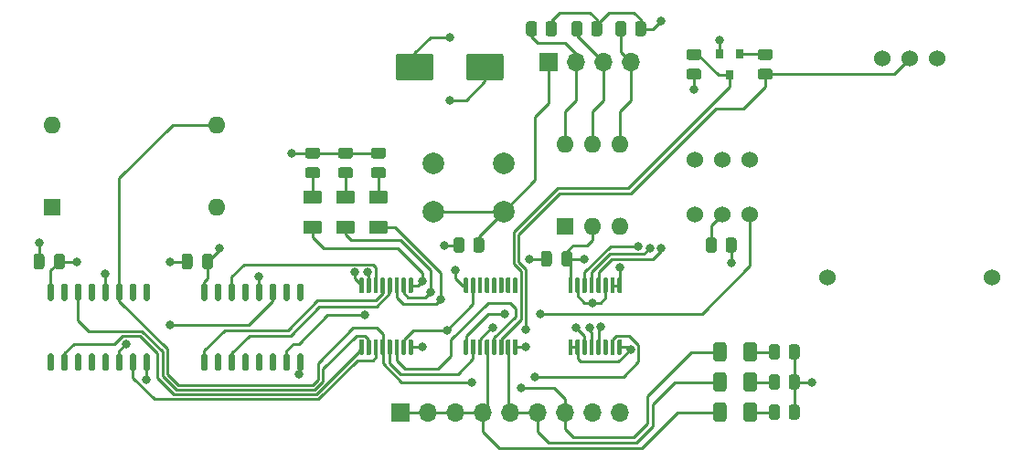
<source format=gbr>
%TF.GenerationSoftware,KiCad,Pcbnew,(5.1.10-1-10_14)*%
%TF.CreationDate,2021-11-14T12:00:46-05:00*%
%TF.ProjectId,clockv2,636c6f63-6b76-4322-9e6b-696361645f70,rev?*%
%TF.SameCoordinates,Original*%
%TF.FileFunction,Copper,L1,Top*%
%TF.FilePolarity,Positive*%
%FSLAX46Y46*%
G04 Gerber Fmt 4.6, Leading zero omitted, Abs format (unit mm)*
G04 Created by KiCad (PCBNEW (5.1.10-1-10_14)) date 2021-11-14 12:00:46*
%MOMM*%
%LPD*%
G01*
G04 APERTURE LIST*
%TA.AperFunction,SMDPad,CuDef*%
%ADD10R,0.800000X0.900000*%
%TD*%
%TA.AperFunction,ComponentPad*%
%ADD11O,1.600000X1.600000*%
%TD*%
%TA.AperFunction,ComponentPad*%
%ADD12R,1.600000X1.600000*%
%TD*%
%TA.AperFunction,ComponentPad*%
%ADD13C,1.524000*%
%TD*%
%TA.AperFunction,ComponentPad*%
%ADD14C,2.000000*%
%TD*%
%TA.AperFunction,ComponentPad*%
%ADD15O,1.700000X1.700000*%
%TD*%
%TA.AperFunction,ComponentPad*%
%ADD16R,1.700000X1.700000*%
%TD*%
%TA.AperFunction,ViaPad*%
%ADD17C,0.800000*%
%TD*%
%TA.AperFunction,Conductor*%
%ADD18C,0.250000*%
%TD*%
G04 APERTURE END LIST*
%TO.P,U6,16*%
%TO.N,VCC*%
%TA.AperFunction,SMDPad,CuDef*%
G36*
G01*
X195590500Y-58256000D02*
X195315500Y-58256000D01*
G75*
G02*
X195178000Y-58118500I0J137500D01*
G01*
X195178000Y-56793500D01*
G75*
G02*
X195315500Y-56656000I137500J0D01*
G01*
X195590500Y-56656000D01*
G75*
G02*
X195728000Y-56793500I0J-137500D01*
G01*
X195728000Y-58118500D01*
G75*
G02*
X195590500Y-58256000I-137500J0D01*
G01*
G37*
%TD.AperFunction*%
%TO.P,U6,15*%
%TO.N,Net-(U6-Pad15)*%
%TA.AperFunction,SMDPad,CuDef*%
G36*
G01*
X196860500Y-58256000D02*
X196585500Y-58256000D01*
G75*
G02*
X196448000Y-58118500I0J137500D01*
G01*
X196448000Y-56793500D01*
G75*
G02*
X196585500Y-56656000I137500J0D01*
G01*
X196860500Y-56656000D01*
G75*
G02*
X196998000Y-56793500I0J-137500D01*
G01*
X196998000Y-58118500D01*
G75*
G02*
X196860500Y-58256000I-137500J0D01*
G01*
G37*
%TD.AperFunction*%
%TO.P,U6,14*%
%TO.N,CRYSTAL4*%
%TA.AperFunction,SMDPad,CuDef*%
G36*
G01*
X198130500Y-58256000D02*
X197855500Y-58256000D01*
G75*
G02*
X197718000Y-58118500I0J137500D01*
G01*
X197718000Y-56793500D01*
G75*
G02*
X197855500Y-56656000I137500J0D01*
G01*
X198130500Y-56656000D01*
G75*
G02*
X198268000Y-56793500I0J-137500D01*
G01*
X198268000Y-58118500D01*
G75*
G02*
X198130500Y-58256000I-137500J0D01*
G01*
G37*
%TD.AperFunction*%
%TO.P,U6,13*%
%TO.N,Net-(U6-Pad13)*%
%TA.AperFunction,SMDPad,CuDef*%
G36*
G01*
X199400500Y-58256000D02*
X199125500Y-58256000D01*
G75*
G02*
X198988000Y-58118500I0J137500D01*
G01*
X198988000Y-56793500D01*
G75*
G02*
X199125500Y-56656000I137500J0D01*
G01*
X199400500Y-56656000D01*
G75*
G02*
X199538000Y-56793500I0J-137500D01*
G01*
X199538000Y-58118500D01*
G75*
G02*
X199400500Y-58256000I-137500J0D01*
G01*
G37*
%TD.AperFunction*%
%TO.P,U6,12*%
%TO.N,GND*%
%TA.AperFunction,SMDPad,CuDef*%
G36*
G01*
X200670500Y-58256000D02*
X200395500Y-58256000D01*
G75*
G02*
X200258000Y-58118500I0J137500D01*
G01*
X200258000Y-56793500D01*
G75*
G02*
X200395500Y-56656000I137500J0D01*
G01*
X200670500Y-56656000D01*
G75*
G02*
X200808000Y-56793500I0J-137500D01*
G01*
X200808000Y-58118500D01*
G75*
G02*
X200670500Y-58256000I-137500J0D01*
G01*
G37*
%TD.AperFunction*%
%TO.P,U6,11*%
%TO.N,Net-(U3-Pad6)*%
%TA.AperFunction,SMDPad,CuDef*%
G36*
G01*
X201940500Y-58256000D02*
X201665500Y-58256000D01*
G75*
G02*
X201528000Y-58118500I0J137500D01*
G01*
X201528000Y-56793500D01*
G75*
G02*
X201665500Y-56656000I137500J0D01*
G01*
X201940500Y-56656000D01*
G75*
G02*
X202078000Y-56793500I0J-137500D01*
G01*
X202078000Y-58118500D01*
G75*
G02*
X201940500Y-58256000I-137500J0D01*
G01*
G37*
%TD.AperFunction*%
%TO.P,U6,10*%
%TO.N,Net-(U6-Pad10)*%
%TA.AperFunction,SMDPad,CuDef*%
G36*
G01*
X203210500Y-58256000D02*
X202935500Y-58256000D01*
G75*
G02*
X202798000Y-58118500I0J137500D01*
G01*
X202798000Y-56793500D01*
G75*
G02*
X202935500Y-56656000I137500J0D01*
G01*
X203210500Y-56656000D01*
G75*
G02*
X203348000Y-56793500I0J-137500D01*
G01*
X203348000Y-58118500D01*
G75*
G02*
X203210500Y-58256000I-137500J0D01*
G01*
G37*
%TD.AperFunction*%
%TO.P,U6,9*%
%TO.N,Net-(U6-Pad9)*%
%TA.AperFunction,SMDPad,CuDef*%
G36*
G01*
X204480500Y-58256000D02*
X204205500Y-58256000D01*
G75*
G02*
X204068000Y-58118500I0J137500D01*
G01*
X204068000Y-56793500D01*
G75*
G02*
X204205500Y-56656000I137500J0D01*
G01*
X204480500Y-56656000D01*
G75*
G02*
X204618000Y-56793500I0J-137500D01*
G01*
X204618000Y-58118500D01*
G75*
G02*
X204480500Y-58256000I-137500J0D01*
G01*
G37*
%TD.AperFunction*%
%TO.P,U6,8*%
%TO.N,GND*%
%TA.AperFunction,SMDPad,CuDef*%
G36*
G01*
X204480500Y-64756000D02*
X204205500Y-64756000D01*
G75*
G02*
X204068000Y-64618500I0J137500D01*
G01*
X204068000Y-63293500D01*
G75*
G02*
X204205500Y-63156000I137500J0D01*
G01*
X204480500Y-63156000D01*
G75*
G02*
X204618000Y-63293500I0J-137500D01*
G01*
X204618000Y-64618500D01*
G75*
G02*
X204480500Y-64756000I-137500J0D01*
G01*
G37*
%TD.AperFunction*%
%TO.P,U6,7*%
%TO.N,CRYSTAL3*%
%TA.AperFunction,SMDPad,CuDef*%
G36*
G01*
X203210500Y-64756000D02*
X202935500Y-64756000D01*
G75*
G02*
X202798000Y-64618500I0J137500D01*
G01*
X202798000Y-63293500D01*
G75*
G02*
X202935500Y-63156000I137500J0D01*
G01*
X203210500Y-63156000D01*
G75*
G02*
X203348000Y-63293500I0J-137500D01*
G01*
X203348000Y-64618500D01*
G75*
G02*
X203210500Y-64756000I-137500J0D01*
G01*
G37*
%TD.AperFunction*%
%TO.P,U6,6*%
%TO.N,Net-(U6-Pad6)*%
%TA.AperFunction,SMDPad,CuDef*%
G36*
G01*
X201940500Y-64756000D02*
X201665500Y-64756000D01*
G75*
G02*
X201528000Y-64618500I0J137500D01*
G01*
X201528000Y-63293500D01*
G75*
G02*
X201665500Y-63156000I137500J0D01*
G01*
X201940500Y-63156000D01*
G75*
G02*
X202078000Y-63293500I0J-137500D01*
G01*
X202078000Y-64618500D01*
G75*
G02*
X201940500Y-64756000I-137500J0D01*
G01*
G37*
%TD.AperFunction*%
%TO.P,U6,5*%
%TO.N,Net-(U6-Pad5)*%
%TA.AperFunction,SMDPad,CuDef*%
G36*
G01*
X200670500Y-64756000D02*
X200395500Y-64756000D01*
G75*
G02*
X200258000Y-64618500I0J137500D01*
G01*
X200258000Y-63293500D01*
G75*
G02*
X200395500Y-63156000I137500J0D01*
G01*
X200670500Y-63156000D01*
G75*
G02*
X200808000Y-63293500I0J-137500D01*
G01*
X200808000Y-64618500D01*
G75*
G02*
X200670500Y-64756000I-137500J0D01*
G01*
G37*
%TD.AperFunction*%
%TO.P,U6,4*%
%TO.N,Net-(U6-Pad4)*%
%TA.AperFunction,SMDPad,CuDef*%
G36*
G01*
X199400500Y-64756000D02*
X199125500Y-64756000D01*
G75*
G02*
X198988000Y-64618500I0J137500D01*
G01*
X198988000Y-63293500D01*
G75*
G02*
X199125500Y-63156000I137500J0D01*
G01*
X199400500Y-63156000D01*
G75*
G02*
X199538000Y-63293500I0J-137500D01*
G01*
X199538000Y-64618500D01*
G75*
G02*
X199400500Y-64756000I-137500J0D01*
G01*
G37*
%TD.AperFunction*%
%TO.P,U6,3*%
%TO.N,CRYSTAL6*%
%TA.AperFunction,SMDPad,CuDef*%
G36*
G01*
X198130500Y-64756000D02*
X197855500Y-64756000D01*
G75*
G02*
X197718000Y-64618500I0J137500D01*
G01*
X197718000Y-63293500D01*
G75*
G02*
X197855500Y-63156000I137500J0D01*
G01*
X198130500Y-63156000D01*
G75*
G02*
X198268000Y-63293500I0J-137500D01*
G01*
X198268000Y-64618500D01*
G75*
G02*
X198130500Y-64756000I-137500J0D01*
G01*
G37*
%TD.AperFunction*%
%TO.P,U6,2*%
%TO.N,Net-(U6-Pad2)*%
%TA.AperFunction,SMDPad,CuDef*%
G36*
G01*
X196860500Y-64756000D02*
X196585500Y-64756000D01*
G75*
G02*
X196448000Y-64618500I0J137500D01*
G01*
X196448000Y-63293500D01*
G75*
G02*
X196585500Y-63156000I137500J0D01*
G01*
X196860500Y-63156000D01*
G75*
G02*
X196998000Y-63293500I0J-137500D01*
G01*
X196998000Y-64618500D01*
G75*
G02*
X196860500Y-64756000I-137500J0D01*
G01*
G37*
%TD.AperFunction*%
%TO.P,U6,1*%
%TO.N,CRYSTAL5*%
%TA.AperFunction,SMDPad,CuDef*%
G36*
G01*
X195590500Y-64756000D02*
X195315500Y-64756000D01*
G75*
G02*
X195178000Y-64618500I0J137500D01*
G01*
X195178000Y-63293500D01*
G75*
G02*
X195315500Y-63156000I137500J0D01*
G01*
X195590500Y-63156000D01*
G75*
G02*
X195728000Y-63293500I0J-137500D01*
G01*
X195728000Y-64618500D01*
G75*
G02*
X195590500Y-64756000I-137500J0D01*
G01*
G37*
%TD.AperFunction*%
%TD*%
%TO.P,U3,16*%
%TO.N,VCC*%
%TA.AperFunction,SMDPad,CuDef*%
G36*
G01*
X181366500Y-58256000D02*
X181091500Y-58256000D01*
G75*
G02*
X180954000Y-58118500I0J137500D01*
G01*
X180954000Y-56793500D01*
G75*
G02*
X181091500Y-56656000I137500J0D01*
G01*
X181366500Y-56656000D01*
G75*
G02*
X181504000Y-56793500I0J-137500D01*
G01*
X181504000Y-58118500D01*
G75*
G02*
X181366500Y-58256000I-137500J0D01*
G01*
G37*
%TD.AperFunction*%
%TO.P,U3,15*%
%TO.N,Net-(U3-Pad15)*%
%TA.AperFunction,SMDPad,CuDef*%
G36*
G01*
X182636500Y-58256000D02*
X182361500Y-58256000D01*
G75*
G02*
X182224000Y-58118500I0J137500D01*
G01*
X182224000Y-56793500D01*
G75*
G02*
X182361500Y-56656000I137500J0D01*
G01*
X182636500Y-56656000D01*
G75*
G02*
X182774000Y-56793500I0J-137500D01*
G01*
X182774000Y-58118500D01*
G75*
G02*
X182636500Y-58256000I-137500J0D01*
G01*
G37*
%TD.AperFunction*%
%TO.P,U3,14*%
%TO.N,CRYSTAL1*%
%TA.AperFunction,SMDPad,CuDef*%
G36*
G01*
X183906500Y-58256000D02*
X183631500Y-58256000D01*
G75*
G02*
X183494000Y-58118500I0J137500D01*
G01*
X183494000Y-56793500D01*
G75*
G02*
X183631500Y-56656000I137500J0D01*
G01*
X183906500Y-56656000D01*
G75*
G02*
X184044000Y-56793500I0J-137500D01*
G01*
X184044000Y-58118500D01*
G75*
G02*
X183906500Y-58256000I-137500J0D01*
G01*
G37*
%TD.AperFunction*%
%TO.P,U3,13*%
%TO.N,Net-(U3-Pad13)*%
%TA.AperFunction,SMDPad,CuDef*%
G36*
G01*
X185176500Y-58256000D02*
X184901500Y-58256000D01*
G75*
G02*
X184764000Y-58118500I0J137500D01*
G01*
X184764000Y-56793500D01*
G75*
G02*
X184901500Y-56656000I137500J0D01*
G01*
X185176500Y-56656000D01*
G75*
G02*
X185314000Y-56793500I0J-137500D01*
G01*
X185314000Y-58118500D01*
G75*
G02*
X185176500Y-58256000I-137500J0D01*
G01*
G37*
%TD.AperFunction*%
%TO.P,U3,12*%
%TO.N,GND*%
%TA.AperFunction,SMDPad,CuDef*%
G36*
G01*
X186446500Y-58256000D02*
X186171500Y-58256000D01*
G75*
G02*
X186034000Y-58118500I0J137500D01*
G01*
X186034000Y-56793500D01*
G75*
G02*
X186171500Y-56656000I137500J0D01*
G01*
X186446500Y-56656000D01*
G75*
G02*
X186584000Y-56793500I0J-137500D01*
G01*
X186584000Y-58118500D01*
G75*
G02*
X186446500Y-58256000I-137500J0D01*
G01*
G37*
%TD.AperFunction*%
%TO.P,U3,11*%
%TO.N,CRYSTAL*%
%TA.AperFunction,SMDPad,CuDef*%
G36*
G01*
X187716500Y-58256000D02*
X187441500Y-58256000D01*
G75*
G02*
X187304000Y-58118500I0J137500D01*
G01*
X187304000Y-56793500D01*
G75*
G02*
X187441500Y-56656000I137500J0D01*
G01*
X187716500Y-56656000D01*
G75*
G02*
X187854000Y-56793500I0J-137500D01*
G01*
X187854000Y-58118500D01*
G75*
G02*
X187716500Y-58256000I-137500J0D01*
G01*
G37*
%TD.AperFunction*%
%TO.P,U3,10*%
%TO.N,Net-(U3-Pad10)*%
%TA.AperFunction,SMDPad,CuDef*%
G36*
G01*
X188986500Y-58256000D02*
X188711500Y-58256000D01*
G75*
G02*
X188574000Y-58118500I0J137500D01*
G01*
X188574000Y-56793500D01*
G75*
G02*
X188711500Y-56656000I137500J0D01*
G01*
X188986500Y-56656000D01*
G75*
G02*
X189124000Y-56793500I0J-137500D01*
G01*
X189124000Y-58118500D01*
G75*
G02*
X188986500Y-58256000I-137500J0D01*
G01*
G37*
%TD.AperFunction*%
%TO.P,U3,9*%
%TO.N,Net-(U3-Pad9)*%
%TA.AperFunction,SMDPad,CuDef*%
G36*
G01*
X190256500Y-58256000D02*
X189981500Y-58256000D01*
G75*
G02*
X189844000Y-58118500I0J137500D01*
G01*
X189844000Y-56793500D01*
G75*
G02*
X189981500Y-56656000I137500J0D01*
G01*
X190256500Y-56656000D01*
G75*
G02*
X190394000Y-56793500I0J-137500D01*
G01*
X190394000Y-58118500D01*
G75*
G02*
X190256500Y-58256000I-137500J0D01*
G01*
G37*
%TD.AperFunction*%
%TO.P,U3,8*%
%TO.N,GND*%
%TA.AperFunction,SMDPad,CuDef*%
G36*
G01*
X190256500Y-64756000D02*
X189981500Y-64756000D01*
G75*
G02*
X189844000Y-64618500I0J137500D01*
G01*
X189844000Y-63293500D01*
G75*
G02*
X189981500Y-63156000I137500J0D01*
G01*
X190256500Y-63156000D01*
G75*
G02*
X190394000Y-63293500I0J-137500D01*
G01*
X190394000Y-64618500D01*
G75*
G02*
X190256500Y-64756000I-137500J0D01*
G01*
G37*
%TD.AperFunction*%
%TO.P,U3,7*%
%TO.N,CRYSTAL0*%
%TA.AperFunction,SMDPad,CuDef*%
G36*
G01*
X188986500Y-64756000D02*
X188711500Y-64756000D01*
G75*
G02*
X188574000Y-64618500I0J137500D01*
G01*
X188574000Y-63293500D01*
G75*
G02*
X188711500Y-63156000I137500J0D01*
G01*
X188986500Y-63156000D01*
G75*
G02*
X189124000Y-63293500I0J-137500D01*
G01*
X189124000Y-64618500D01*
G75*
G02*
X188986500Y-64756000I-137500J0D01*
G01*
G37*
%TD.AperFunction*%
%TO.P,U3,6*%
%TO.N,Net-(U3-Pad6)*%
%TA.AperFunction,SMDPad,CuDef*%
G36*
G01*
X187716500Y-64756000D02*
X187441500Y-64756000D01*
G75*
G02*
X187304000Y-64618500I0J137500D01*
G01*
X187304000Y-63293500D01*
G75*
G02*
X187441500Y-63156000I137500J0D01*
G01*
X187716500Y-63156000D01*
G75*
G02*
X187854000Y-63293500I0J-137500D01*
G01*
X187854000Y-64618500D01*
G75*
G02*
X187716500Y-64756000I-137500J0D01*
G01*
G37*
%TD.AperFunction*%
%TO.P,U3,5*%
%TO.N,Net-(U3-Pad5)*%
%TA.AperFunction,SMDPad,CuDef*%
G36*
G01*
X186446500Y-64756000D02*
X186171500Y-64756000D01*
G75*
G02*
X186034000Y-64618500I0J137500D01*
G01*
X186034000Y-63293500D01*
G75*
G02*
X186171500Y-63156000I137500J0D01*
G01*
X186446500Y-63156000D01*
G75*
G02*
X186584000Y-63293500I0J-137500D01*
G01*
X186584000Y-64618500D01*
G75*
G02*
X186446500Y-64756000I-137500J0D01*
G01*
G37*
%TD.AperFunction*%
%TO.P,U3,4*%
%TO.N,Net-(U3-Pad4)*%
%TA.AperFunction,SMDPad,CuDef*%
G36*
G01*
X185176500Y-64756000D02*
X184901500Y-64756000D01*
G75*
G02*
X184764000Y-64618500I0J137500D01*
G01*
X184764000Y-63293500D01*
G75*
G02*
X184901500Y-63156000I137500J0D01*
G01*
X185176500Y-63156000D01*
G75*
G02*
X185314000Y-63293500I0J-137500D01*
G01*
X185314000Y-64618500D01*
G75*
G02*
X185176500Y-64756000I-137500J0D01*
G01*
G37*
%TD.AperFunction*%
%TO.P,U3,3*%
%TO.N,Net-(U3-Pad3)*%
%TA.AperFunction,SMDPad,CuDef*%
G36*
G01*
X183906500Y-64756000D02*
X183631500Y-64756000D01*
G75*
G02*
X183494000Y-64618500I0J137500D01*
G01*
X183494000Y-63293500D01*
G75*
G02*
X183631500Y-63156000I137500J0D01*
G01*
X183906500Y-63156000D01*
G75*
G02*
X184044000Y-63293500I0J-137500D01*
G01*
X184044000Y-64618500D01*
G75*
G02*
X183906500Y-64756000I-137500J0D01*
G01*
G37*
%TD.AperFunction*%
%TO.P,U3,2*%
%TO.N,CRYSTAL2*%
%TA.AperFunction,SMDPad,CuDef*%
G36*
G01*
X182636500Y-64756000D02*
X182361500Y-64756000D01*
G75*
G02*
X182224000Y-64618500I0J137500D01*
G01*
X182224000Y-63293500D01*
G75*
G02*
X182361500Y-63156000I137500J0D01*
G01*
X182636500Y-63156000D01*
G75*
G02*
X182774000Y-63293500I0J-137500D01*
G01*
X182774000Y-64618500D01*
G75*
G02*
X182636500Y-64756000I-137500J0D01*
G01*
G37*
%TD.AperFunction*%
%TO.P,U3,1*%
%TO.N,Net-(U3-Pad1)*%
%TA.AperFunction,SMDPad,CuDef*%
G36*
G01*
X181366500Y-64756000D02*
X181091500Y-64756000D01*
G75*
G02*
X180954000Y-64618500I0J137500D01*
G01*
X180954000Y-63293500D01*
G75*
G02*
X181091500Y-63156000I137500J0D01*
G01*
X181366500Y-63156000D01*
G75*
G02*
X181504000Y-63293500I0J-137500D01*
G01*
X181504000Y-64618500D01*
G75*
G02*
X181366500Y-64756000I-137500J0D01*
G01*
G37*
%TD.AperFunction*%
%TD*%
%TO.P,R10,2*%
%TO.N,!MANUAL_PULSE*%
%TA.AperFunction,SMDPad,CuDef*%
G36*
G01*
X241242001Y-35922000D02*
X240341999Y-35922000D01*
G75*
G02*
X240092000Y-35672001I0J249999D01*
G01*
X240092000Y-35146999D01*
G75*
G02*
X240341999Y-34897000I249999J0D01*
G01*
X241242001Y-34897000D01*
G75*
G02*
X241492000Y-35146999I0J-249999D01*
G01*
X241492000Y-35672001D01*
G75*
G02*
X241242001Y-35922000I-249999J0D01*
G01*
G37*
%TD.AperFunction*%
%TO.P,R10,1*%
%TO.N,VCC*%
%TA.AperFunction,SMDPad,CuDef*%
G36*
G01*
X241242001Y-37747000D02*
X240341999Y-37747000D01*
G75*
G02*
X240092000Y-37497001I0J249999D01*
G01*
X240092000Y-36971999D01*
G75*
G02*
X240341999Y-36722000I249999J0D01*
G01*
X241242001Y-36722000D01*
G75*
G02*
X241492000Y-36971999I0J-249999D01*
G01*
X241492000Y-37497001D01*
G75*
G02*
X241242001Y-37747000I-249999J0D01*
G01*
G37*
%TD.AperFunction*%
%TD*%
%TO.P,R9,2*%
%TO.N,Net-(Q1-Pad1)*%
%TA.AperFunction,SMDPad,CuDef*%
G36*
G01*
X247846001Y-35922000D02*
X246945999Y-35922000D01*
G75*
G02*
X246696000Y-35672001I0J249999D01*
G01*
X246696000Y-35146999D01*
G75*
G02*
X246945999Y-34897000I249999J0D01*
G01*
X247846001Y-34897000D01*
G75*
G02*
X248096000Y-35146999I0J-249999D01*
G01*
X248096000Y-35672001D01*
G75*
G02*
X247846001Y-35922000I-249999J0D01*
G01*
G37*
%TD.AperFunction*%
%TO.P,R9,1*%
%TO.N,MANUAL_PULSE*%
%TA.AperFunction,SMDPad,CuDef*%
G36*
G01*
X247846001Y-37747000D02*
X246945999Y-37747000D01*
G75*
G02*
X246696000Y-37497001I0J249999D01*
G01*
X246696000Y-36971999D01*
G75*
G02*
X246945999Y-36722000I249999J0D01*
G01*
X247846001Y-36722000D01*
G75*
G02*
X248096000Y-36971999I0J-249999D01*
G01*
X248096000Y-37497001D01*
G75*
G02*
X247846001Y-37747000I-249999J0D01*
G01*
G37*
%TD.AperFunction*%
%TD*%
D10*
%TO.P,Q1,3*%
%TO.N,!MANUAL_PULSE*%
X244094000Y-37322000D03*
%TO.P,Q1,2*%
%TO.N,GND*%
X243144000Y-35322000D03*
%TO.P,Q1,1*%
%TO.N,Net-(Q1-Pad1)*%
X245044000Y-35322000D03*
%TD*%
%TO.P,U13,2*%
%TO.N,~CLOCK*%
%TA.AperFunction,SMDPad,CuDef*%
G36*
G01*
X243827000Y-65161000D02*
X243827000Y-66411000D01*
G75*
G02*
X243577000Y-66661000I-250000J0D01*
G01*
X242827000Y-66661000D01*
G75*
G02*
X242577000Y-66411000I0J250000D01*
G01*
X242577000Y-65161000D01*
G75*
G02*
X242827000Y-64911000I250000J0D01*
G01*
X243577000Y-64911000D01*
G75*
G02*
X243827000Y-65161000I0J-250000D01*
G01*
G37*
%TD.AperFunction*%
%TO.P,U13,1*%
%TO.N,Net-(R8-Pad2)*%
%TA.AperFunction,SMDPad,CuDef*%
G36*
G01*
X246627000Y-65161000D02*
X246627000Y-66411000D01*
G75*
G02*
X246377000Y-66661000I-250000J0D01*
G01*
X245627000Y-66661000D01*
G75*
G02*
X245377000Y-66411000I0J250000D01*
G01*
X245377000Y-65161000D01*
G75*
G02*
X245627000Y-64911000I250000J0D01*
G01*
X246377000Y-64911000D01*
G75*
G02*
X246627000Y-65161000I0J-250000D01*
G01*
G37*
%TD.AperFunction*%
%TD*%
%TO.P,U12,2*%
%TO.N,CLOCK*%
%TA.AperFunction,SMDPad,CuDef*%
G36*
G01*
X243827000Y-67955000D02*
X243827000Y-69205000D01*
G75*
G02*
X243577000Y-69455000I-250000J0D01*
G01*
X242827000Y-69455000D01*
G75*
G02*
X242577000Y-69205000I0J250000D01*
G01*
X242577000Y-67955000D01*
G75*
G02*
X242827000Y-67705000I250000J0D01*
G01*
X243577000Y-67705000D01*
G75*
G02*
X243827000Y-67955000I0J-250000D01*
G01*
G37*
%TD.AperFunction*%
%TO.P,U12,1*%
%TO.N,Net-(R7-Pad2)*%
%TA.AperFunction,SMDPad,CuDef*%
G36*
G01*
X246627000Y-67955000D02*
X246627000Y-69205000D01*
G75*
G02*
X246377000Y-69455000I-250000J0D01*
G01*
X245627000Y-69455000D01*
G75*
G02*
X245377000Y-69205000I0J250000D01*
G01*
X245377000Y-67955000D01*
G75*
G02*
X245627000Y-67705000I250000J0D01*
G01*
X246377000Y-67705000D01*
G75*
G02*
X246627000Y-67955000I0J-250000D01*
G01*
G37*
%TD.AperFunction*%
%TD*%
%TO.P,U11,2*%
%TO.N,HALT*%
%TA.AperFunction,SMDPad,CuDef*%
G36*
G01*
X243827000Y-62367000D02*
X243827000Y-63617000D01*
G75*
G02*
X243577000Y-63867000I-250000J0D01*
G01*
X242827000Y-63867000D01*
G75*
G02*
X242577000Y-63617000I0J250000D01*
G01*
X242577000Y-62367000D01*
G75*
G02*
X242827000Y-62117000I250000J0D01*
G01*
X243577000Y-62117000D01*
G75*
G02*
X243827000Y-62367000I0J-250000D01*
G01*
G37*
%TD.AperFunction*%
%TO.P,U11,1*%
%TO.N,Net-(R5-Pad1)*%
%TA.AperFunction,SMDPad,CuDef*%
G36*
G01*
X246627000Y-62367000D02*
X246627000Y-63617000D01*
G75*
G02*
X246377000Y-63867000I-250000J0D01*
G01*
X245627000Y-63867000D01*
G75*
G02*
X245377000Y-63617000I0J250000D01*
G01*
X245377000Y-62367000D01*
G75*
G02*
X245627000Y-62117000I250000J0D01*
G01*
X246377000Y-62117000D01*
G75*
G02*
X246627000Y-62367000I0J-250000D01*
G01*
G37*
%TD.AperFunction*%
%TD*%
%TO.P,U10,16*%
%TO.N,VCC*%
%TA.AperFunction,SMDPad,CuDef*%
G36*
G01*
X219802000Y-57565000D02*
X219602000Y-57565000D01*
G75*
G02*
X219502000Y-57465000I0J100000D01*
G01*
X219502000Y-56190000D01*
G75*
G02*
X219602000Y-56090000I100000J0D01*
G01*
X219802000Y-56090000D01*
G75*
G02*
X219902000Y-56190000I0J-100000D01*
G01*
X219902000Y-57465000D01*
G75*
G02*
X219802000Y-57565000I-100000J0D01*
G01*
G37*
%TD.AperFunction*%
%TO.P,U10,15*%
%TO.N,HALT*%
%TA.AperFunction,SMDPad,CuDef*%
G36*
G01*
X220452000Y-57565000D02*
X220252000Y-57565000D01*
G75*
G02*
X220152000Y-57465000I0J100000D01*
G01*
X220152000Y-56190000D01*
G75*
G02*
X220252000Y-56090000I100000J0D01*
G01*
X220452000Y-56090000D01*
G75*
G02*
X220552000Y-56190000I0J-100000D01*
G01*
X220552000Y-57465000D01*
G75*
G02*
X220452000Y-57565000I-100000J0D01*
G01*
G37*
%TD.AperFunction*%
%TO.P,U10,14*%
%TO.N,Net-(U10-Pad14)*%
%TA.AperFunction,SMDPad,CuDef*%
G36*
G01*
X221102000Y-57565000D02*
X220902000Y-57565000D01*
G75*
G02*
X220802000Y-57465000I0J100000D01*
G01*
X220802000Y-56190000D01*
G75*
G02*
X220902000Y-56090000I100000J0D01*
G01*
X221102000Y-56090000D01*
G75*
G02*
X221202000Y-56190000I0J-100000D01*
G01*
X221202000Y-57465000D01*
G75*
G02*
X221102000Y-57565000I-100000J0D01*
G01*
G37*
%TD.AperFunction*%
%TO.P,U10,13*%
%TO.N,Net-(U10-Pad13)*%
%TA.AperFunction,SMDPad,CuDef*%
G36*
G01*
X221752000Y-57565000D02*
X221552000Y-57565000D01*
G75*
G02*
X221452000Y-57465000I0J100000D01*
G01*
X221452000Y-56190000D01*
G75*
G02*
X221552000Y-56090000I100000J0D01*
G01*
X221752000Y-56090000D01*
G75*
G02*
X221852000Y-56190000I0J-100000D01*
G01*
X221852000Y-57465000D01*
G75*
G02*
X221752000Y-57565000I-100000J0D01*
G01*
G37*
%TD.AperFunction*%
%TO.P,U10,12*%
%TO.N,Net-(U10-Pad12)*%
%TA.AperFunction,SMDPad,CuDef*%
G36*
G01*
X222402000Y-57565000D02*
X222202000Y-57565000D01*
G75*
G02*
X222102000Y-57465000I0J100000D01*
G01*
X222102000Y-56190000D01*
G75*
G02*
X222202000Y-56090000I100000J0D01*
G01*
X222402000Y-56090000D01*
G75*
G02*
X222502000Y-56190000I0J-100000D01*
G01*
X222502000Y-57465000D01*
G75*
G02*
X222402000Y-57565000I-100000J0D01*
G01*
G37*
%TD.AperFunction*%
%TO.P,U10,11*%
%TO.N,Net-(U10-Pad11)*%
%TA.AperFunction,SMDPad,CuDef*%
G36*
G01*
X223052000Y-57565000D02*
X222852000Y-57565000D01*
G75*
G02*
X222752000Y-57465000I0J100000D01*
G01*
X222752000Y-56190000D01*
G75*
G02*
X222852000Y-56090000I100000J0D01*
G01*
X223052000Y-56090000D01*
G75*
G02*
X223152000Y-56190000I0J-100000D01*
G01*
X223152000Y-57465000D01*
G75*
G02*
X223052000Y-57565000I-100000J0D01*
G01*
G37*
%TD.AperFunction*%
%TO.P,U10,10*%
%TO.N,Net-(U10-Pad10)*%
%TA.AperFunction,SMDPad,CuDef*%
G36*
G01*
X223702000Y-57565000D02*
X223502000Y-57565000D01*
G75*
G02*
X223402000Y-57465000I0J100000D01*
G01*
X223402000Y-56190000D01*
G75*
G02*
X223502000Y-56090000I100000J0D01*
G01*
X223702000Y-56090000D01*
G75*
G02*
X223802000Y-56190000I0J-100000D01*
G01*
X223802000Y-57465000D01*
G75*
G02*
X223702000Y-57565000I-100000J0D01*
G01*
G37*
%TD.AperFunction*%
%TO.P,U10,9*%
%TO.N,Net-(U10-Pad9)*%
%TA.AperFunction,SMDPad,CuDef*%
G36*
G01*
X224352000Y-57565000D02*
X224152000Y-57565000D01*
G75*
G02*
X224052000Y-57465000I0J100000D01*
G01*
X224052000Y-56190000D01*
G75*
G02*
X224152000Y-56090000I100000J0D01*
G01*
X224352000Y-56090000D01*
G75*
G02*
X224452000Y-56190000I0J-100000D01*
G01*
X224452000Y-57465000D01*
G75*
G02*
X224352000Y-57565000I-100000J0D01*
G01*
G37*
%TD.AperFunction*%
%TO.P,U10,8*%
%TO.N,GND*%
%TA.AperFunction,SMDPad,CuDef*%
G36*
G01*
X224352000Y-63290000D02*
X224152000Y-63290000D01*
G75*
G02*
X224052000Y-63190000I0J100000D01*
G01*
X224052000Y-61915000D01*
G75*
G02*
X224152000Y-61815000I100000J0D01*
G01*
X224352000Y-61815000D01*
G75*
G02*
X224452000Y-61915000I0J-100000D01*
G01*
X224452000Y-63190000D01*
G75*
G02*
X224352000Y-63290000I-100000J0D01*
G01*
G37*
%TD.AperFunction*%
%TO.P,U10,7*%
%TO.N,~CLOCK*%
%TA.AperFunction,SMDPad,CuDef*%
G36*
G01*
X223702000Y-63290000D02*
X223502000Y-63290000D01*
G75*
G02*
X223402000Y-63190000I0J100000D01*
G01*
X223402000Y-61915000D01*
G75*
G02*
X223502000Y-61815000I100000J0D01*
G01*
X223702000Y-61815000D01*
G75*
G02*
X223802000Y-61915000I0J-100000D01*
G01*
X223802000Y-63190000D01*
G75*
G02*
X223702000Y-63290000I-100000J0D01*
G01*
G37*
%TD.AperFunction*%
%TO.P,U10,6*%
%TO.N,!MANUAL_PULSE*%
%TA.AperFunction,SMDPad,CuDef*%
G36*
G01*
X223052000Y-63290000D02*
X222852000Y-63290000D01*
G75*
G02*
X222752000Y-63190000I0J100000D01*
G01*
X222752000Y-61915000D01*
G75*
G02*
X222852000Y-61815000I100000J0D01*
G01*
X223052000Y-61815000D01*
G75*
G02*
X223152000Y-61915000I0J-100000D01*
G01*
X223152000Y-63190000D01*
G75*
G02*
X223052000Y-63290000I-100000J0D01*
G01*
G37*
%TD.AperFunction*%
%TO.P,U10,5*%
%TO.N,Net-(U10-Pad5)*%
%TA.AperFunction,SMDPad,CuDef*%
G36*
G01*
X222402000Y-63290000D02*
X222202000Y-63290000D01*
G75*
G02*
X222102000Y-63190000I0J100000D01*
G01*
X222102000Y-61915000D01*
G75*
G02*
X222202000Y-61815000I100000J0D01*
G01*
X222402000Y-61815000D01*
G75*
G02*
X222502000Y-61915000I0J-100000D01*
G01*
X222502000Y-63190000D01*
G75*
G02*
X222402000Y-63290000I-100000J0D01*
G01*
G37*
%TD.AperFunction*%
%TO.P,U10,4*%
%TO.N,CLOCK*%
%TA.AperFunction,SMDPad,CuDef*%
G36*
G01*
X221752000Y-63290000D02*
X221552000Y-63290000D01*
G75*
G02*
X221452000Y-63190000I0J100000D01*
G01*
X221452000Y-61915000D01*
G75*
G02*
X221552000Y-61815000I100000J0D01*
G01*
X221752000Y-61815000D01*
G75*
G02*
X221852000Y-61915000I0J-100000D01*
G01*
X221852000Y-63190000D01*
G75*
G02*
X221752000Y-63290000I-100000J0D01*
G01*
G37*
%TD.AperFunction*%
%TO.P,U10,3*%
%TO.N,MANUAL_PULSE*%
%TA.AperFunction,SMDPad,CuDef*%
G36*
G01*
X221102000Y-63290000D02*
X220902000Y-63290000D01*
G75*
G02*
X220802000Y-63190000I0J100000D01*
G01*
X220802000Y-61915000D01*
G75*
G02*
X220902000Y-61815000I100000J0D01*
G01*
X221102000Y-61815000D01*
G75*
G02*
X221202000Y-61915000I0J-100000D01*
G01*
X221202000Y-63190000D01*
G75*
G02*
X221102000Y-63290000I-100000J0D01*
G01*
G37*
%TD.AperFunction*%
%TO.P,U10,2*%
%TO.N,Net-(U10-Pad2)*%
%TA.AperFunction,SMDPad,CuDef*%
G36*
G01*
X220452000Y-63290000D02*
X220252000Y-63290000D01*
G75*
G02*
X220152000Y-63190000I0J100000D01*
G01*
X220152000Y-61915000D01*
G75*
G02*
X220252000Y-61815000I100000J0D01*
G01*
X220452000Y-61815000D01*
G75*
G02*
X220552000Y-61915000I0J-100000D01*
G01*
X220552000Y-63190000D01*
G75*
G02*
X220452000Y-63290000I-100000J0D01*
G01*
G37*
%TD.AperFunction*%
%TO.P,U10,1*%
%TO.N,Net-(SW2-Pad2)*%
%TA.AperFunction,SMDPad,CuDef*%
G36*
G01*
X219802000Y-63290000D02*
X219602000Y-63290000D01*
G75*
G02*
X219502000Y-63190000I0J100000D01*
G01*
X219502000Y-61915000D01*
G75*
G02*
X219602000Y-61815000I100000J0D01*
G01*
X219802000Y-61815000D01*
G75*
G02*
X219902000Y-61915000I0J-100000D01*
G01*
X219902000Y-63190000D01*
G75*
G02*
X219802000Y-63290000I-100000J0D01*
G01*
G37*
%TD.AperFunction*%
%TD*%
%TO.P,U9,16*%
%TO.N,VCC*%
%TA.AperFunction,SMDPad,CuDef*%
G36*
G01*
X210131000Y-57565000D02*
X209931000Y-57565000D01*
G75*
G02*
X209831000Y-57465000I0J100000D01*
G01*
X209831000Y-56190000D01*
G75*
G02*
X209931000Y-56090000I100000J0D01*
G01*
X210131000Y-56090000D01*
G75*
G02*
X210231000Y-56190000I0J-100000D01*
G01*
X210231000Y-57465000D01*
G75*
G02*
X210131000Y-57565000I-100000J0D01*
G01*
G37*
%TD.AperFunction*%
%TO.P,U9,15*%
%TO.N,CRYSTAL3*%
%TA.AperFunction,SMDPad,CuDef*%
G36*
G01*
X210781000Y-57565000D02*
X210581000Y-57565000D01*
G75*
G02*
X210481000Y-57465000I0J100000D01*
G01*
X210481000Y-56190000D01*
G75*
G02*
X210581000Y-56090000I100000J0D01*
G01*
X210781000Y-56090000D01*
G75*
G02*
X210881000Y-56190000I0J-100000D01*
G01*
X210881000Y-57465000D01*
G75*
G02*
X210781000Y-57565000I-100000J0D01*
G01*
G37*
%TD.AperFunction*%
%TO.P,U9,14*%
%TO.N,CRYSTAL4*%
%TA.AperFunction,SMDPad,CuDef*%
G36*
G01*
X211431000Y-57565000D02*
X211231000Y-57565000D01*
G75*
G02*
X211131000Y-57465000I0J100000D01*
G01*
X211131000Y-56190000D01*
G75*
G02*
X211231000Y-56090000I100000J0D01*
G01*
X211431000Y-56090000D01*
G75*
G02*
X211531000Y-56190000I0J-100000D01*
G01*
X211531000Y-57465000D01*
G75*
G02*
X211431000Y-57565000I-100000J0D01*
G01*
G37*
%TD.AperFunction*%
%TO.P,U9,13*%
%TO.N,CRYSTAL5*%
%TA.AperFunction,SMDPad,CuDef*%
G36*
G01*
X212081000Y-57565000D02*
X211881000Y-57565000D01*
G75*
G02*
X211781000Y-57465000I0J100000D01*
G01*
X211781000Y-56190000D01*
G75*
G02*
X211881000Y-56090000I100000J0D01*
G01*
X212081000Y-56090000D01*
G75*
G02*
X212181000Y-56190000I0J-100000D01*
G01*
X212181000Y-57465000D01*
G75*
G02*
X212081000Y-57565000I-100000J0D01*
G01*
G37*
%TD.AperFunction*%
%TO.P,U9,12*%
%TO.N,CRYSTAL6*%
%TA.AperFunction,SMDPad,CuDef*%
G36*
G01*
X212731000Y-57565000D02*
X212531000Y-57565000D01*
G75*
G02*
X212431000Y-57465000I0J100000D01*
G01*
X212431000Y-56190000D01*
G75*
G02*
X212531000Y-56090000I100000J0D01*
G01*
X212731000Y-56090000D01*
G75*
G02*
X212831000Y-56190000I0J-100000D01*
G01*
X212831000Y-57465000D01*
G75*
G02*
X212731000Y-57565000I-100000J0D01*
G01*
G37*
%TD.AperFunction*%
%TO.P,U9,11*%
%TO.N,FREQ_SEL_0*%
%TA.AperFunction,SMDPad,CuDef*%
G36*
G01*
X213381000Y-57565000D02*
X213181000Y-57565000D01*
G75*
G02*
X213081000Y-57465000I0J100000D01*
G01*
X213081000Y-56190000D01*
G75*
G02*
X213181000Y-56090000I100000J0D01*
G01*
X213381000Y-56090000D01*
G75*
G02*
X213481000Y-56190000I0J-100000D01*
G01*
X213481000Y-57465000D01*
G75*
G02*
X213381000Y-57565000I-100000J0D01*
G01*
G37*
%TD.AperFunction*%
%TO.P,U9,10*%
%TO.N,FREQ_SEL_1*%
%TA.AperFunction,SMDPad,CuDef*%
G36*
G01*
X214031000Y-57565000D02*
X213831000Y-57565000D01*
G75*
G02*
X213731000Y-57465000I0J100000D01*
G01*
X213731000Y-56190000D01*
G75*
G02*
X213831000Y-56090000I100000J0D01*
G01*
X214031000Y-56090000D01*
G75*
G02*
X214131000Y-56190000I0J-100000D01*
G01*
X214131000Y-57465000D01*
G75*
G02*
X214031000Y-57565000I-100000J0D01*
G01*
G37*
%TD.AperFunction*%
%TO.P,U9,9*%
%TO.N,FREQ_SEL_2*%
%TA.AperFunction,SMDPad,CuDef*%
G36*
G01*
X214681000Y-57565000D02*
X214481000Y-57565000D01*
G75*
G02*
X214381000Y-57465000I0J100000D01*
G01*
X214381000Y-56190000D01*
G75*
G02*
X214481000Y-56090000I100000J0D01*
G01*
X214681000Y-56090000D01*
G75*
G02*
X214781000Y-56190000I0J-100000D01*
G01*
X214781000Y-57465000D01*
G75*
G02*
X214681000Y-57565000I-100000J0D01*
G01*
G37*
%TD.AperFunction*%
%TO.P,U9,8*%
%TO.N,GND*%
%TA.AperFunction,SMDPad,CuDef*%
G36*
G01*
X214681000Y-63290000D02*
X214481000Y-63290000D01*
G75*
G02*
X214381000Y-63190000I0J100000D01*
G01*
X214381000Y-61915000D01*
G75*
G02*
X214481000Y-61815000I100000J0D01*
G01*
X214681000Y-61815000D01*
G75*
G02*
X214781000Y-61915000I0J-100000D01*
G01*
X214781000Y-63190000D01*
G75*
G02*
X214681000Y-63290000I-100000J0D01*
G01*
G37*
%TD.AperFunction*%
%TO.P,U9,7*%
%TO.N,HALT*%
%TA.AperFunction,SMDPad,CuDef*%
G36*
G01*
X214031000Y-63290000D02*
X213831000Y-63290000D01*
G75*
G02*
X213731000Y-63190000I0J100000D01*
G01*
X213731000Y-61915000D01*
G75*
G02*
X213831000Y-61815000I100000J0D01*
G01*
X214031000Y-61815000D01*
G75*
G02*
X214131000Y-61915000I0J-100000D01*
G01*
X214131000Y-63190000D01*
G75*
G02*
X214031000Y-63290000I-100000J0D01*
G01*
G37*
%TD.AperFunction*%
%TO.P,U9,6*%
%TO.N,Net-(U10-Pad5)*%
%TA.AperFunction,SMDPad,CuDef*%
G36*
G01*
X213381000Y-63290000D02*
X213181000Y-63290000D01*
G75*
G02*
X213081000Y-63190000I0J100000D01*
G01*
X213081000Y-61915000D01*
G75*
G02*
X213181000Y-61815000I100000J0D01*
G01*
X213381000Y-61815000D01*
G75*
G02*
X213481000Y-61915000I0J-100000D01*
G01*
X213481000Y-63190000D01*
G75*
G02*
X213381000Y-63290000I-100000J0D01*
G01*
G37*
%TD.AperFunction*%
%TO.P,U9,5*%
%TO.N,Net-(U10-Pad2)*%
%TA.AperFunction,SMDPad,CuDef*%
G36*
G01*
X212731000Y-63290000D02*
X212531000Y-63290000D01*
G75*
G02*
X212431000Y-63190000I0J100000D01*
G01*
X212431000Y-61915000D01*
G75*
G02*
X212531000Y-61815000I100000J0D01*
G01*
X212731000Y-61815000D01*
G75*
G02*
X212831000Y-61915000I0J-100000D01*
G01*
X212831000Y-63190000D01*
G75*
G02*
X212731000Y-63290000I-100000J0D01*
G01*
G37*
%TD.AperFunction*%
%TO.P,U9,4*%
%TO.N,CRYSTAL*%
%TA.AperFunction,SMDPad,CuDef*%
G36*
G01*
X212081000Y-63290000D02*
X211881000Y-63290000D01*
G75*
G02*
X211781000Y-63190000I0J100000D01*
G01*
X211781000Y-61915000D01*
G75*
G02*
X211881000Y-61815000I100000J0D01*
G01*
X212081000Y-61815000D01*
G75*
G02*
X212181000Y-61915000I0J-100000D01*
G01*
X212181000Y-63190000D01*
G75*
G02*
X212081000Y-63290000I-100000J0D01*
G01*
G37*
%TD.AperFunction*%
%TO.P,U9,3*%
%TO.N,CRYSTAL0*%
%TA.AperFunction,SMDPad,CuDef*%
G36*
G01*
X211431000Y-63290000D02*
X211231000Y-63290000D01*
G75*
G02*
X211131000Y-63190000I0J100000D01*
G01*
X211131000Y-61915000D01*
G75*
G02*
X211231000Y-61815000I100000J0D01*
G01*
X211431000Y-61815000D01*
G75*
G02*
X211531000Y-61915000I0J-100000D01*
G01*
X211531000Y-63190000D01*
G75*
G02*
X211431000Y-63290000I-100000J0D01*
G01*
G37*
%TD.AperFunction*%
%TO.P,U9,2*%
%TO.N,CRYSTAL1*%
%TA.AperFunction,SMDPad,CuDef*%
G36*
G01*
X210781000Y-63290000D02*
X210581000Y-63290000D01*
G75*
G02*
X210481000Y-63190000I0J100000D01*
G01*
X210481000Y-61915000D01*
G75*
G02*
X210581000Y-61815000I100000J0D01*
G01*
X210781000Y-61815000D01*
G75*
G02*
X210881000Y-61915000I0J-100000D01*
G01*
X210881000Y-63190000D01*
G75*
G02*
X210781000Y-63290000I-100000J0D01*
G01*
G37*
%TD.AperFunction*%
%TO.P,U9,1*%
%TO.N,CRYSTAL2*%
%TA.AperFunction,SMDPad,CuDef*%
G36*
G01*
X210131000Y-63290000D02*
X209931000Y-63290000D01*
G75*
G02*
X209831000Y-63190000I0J100000D01*
G01*
X209831000Y-61915000D01*
G75*
G02*
X209931000Y-61815000I100000J0D01*
G01*
X210131000Y-61815000D01*
G75*
G02*
X210231000Y-61915000I0J-100000D01*
G01*
X210231000Y-63190000D01*
G75*
G02*
X210131000Y-63290000I-100000J0D01*
G01*
G37*
%TD.AperFunction*%
%TD*%
%TO.P,U8,2*%
%TO.N,FREQ_SEL_2*%
%TA.AperFunction,SMDPad,CuDef*%
G36*
G01*
X204861000Y-50813000D02*
X206111000Y-50813000D01*
G75*
G02*
X206361000Y-51063000I0J-250000D01*
G01*
X206361000Y-51813000D01*
G75*
G02*
X206111000Y-52063000I-250000J0D01*
G01*
X204861000Y-52063000D01*
G75*
G02*
X204611000Y-51813000I0J250000D01*
G01*
X204611000Y-51063000D01*
G75*
G02*
X204861000Y-50813000I250000J0D01*
G01*
G37*
%TD.AperFunction*%
%TO.P,U8,1*%
%TO.N,Net-(R2-Pad1)*%
%TA.AperFunction,SMDPad,CuDef*%
G36*
G01*
X204861000Y-48013000D02*
X206111000Y-48013000D01*
G75*
G02*
X206361000Y-48263000I0J-250000D01*
G01*
X206361000Y-49013000D01*
G75*
G02*
X206111000Y-49263000I-250000J0D01*
G01*
X204861000Y-49263000D01*
G75*
G02*
X204611000Y-49013000I0J250000D01*
G01*
X204611000Y-48263000D01*
G75*
G02*
X204861000Y-48013000I250000J0D01*
G01*
G37*
%TD.AperFunction*%
%TD*%
%TO.P,U5,2*%
%TO.N,FREQ_SEL_0*%
%TA.AperFunction,SMDPad,CuDef*%
G36*
G01*
X210957000Y-50813000D02*
X212207000Y-50813000D01*
G75*
G02*
X212457000Y-51063000I0J-250000D01*
G01*
X212457000Y-51813000D01*
G75*
G02*
X212207000Y-52063000I-250000J0D01*
G01*
X210957000Y-52063000D01*
G75*
G02*
X210707000Y-51813000I0J250000D01*
G01*
X210707000Y-51063000D01*
G75*
G02*
X210957000Y-50813000I250000J0D01*
G01*
G37*
%TD.AperFunction*%
%TO.P,U5,1*%
%TO.N,Net-(R4-Pad1)*%
%TA.AperFunction,SMDPad,CuDef*%
G36*
G01*
X210957000Y-48013000D02*
X212207000Y-48013000D01*
G75*
G02*
X212457000Y-48263000I0J-250000D01*
G01*
X212457000Y-49013000D01*
G75*
G02*
X212207000Y-49263000I-250000J0D01*
G01*
X210957000Y-49263000D01*
G75*
G02*
X210707000Y-49013000I0J250000D01*
G01*
X210707000Y-48263000D01*
G75*
G02*
X210957000Y-48013000I250000J0D01*
G01*
G37*
%TD.AperFunction*%
%TD*%
%TO.P,U4,2*%
%TO.N,FREQ_SEL_1*%
%TA.AperFunction,SMDPad,CuDef*%
G36*
G01*
X207909000Y-50813000D02*
X209159000Y-50813000D01*
G75*
G02*
X209409000Y-51063000I0J-250000D01*
G01*
X209409000Y-51813000D01*
G75*
G02*
X209159000Y-52063000I-250000J0D01*
G01*
X207909000Y-52063000D01*
G75*
G02*
X207659000Y-51813000I0J250000D01*
G01*
X207659000Y-51063000D01*
G75*
G02*
X207909000Y-50813000I250000J0D01*
G01*
G37*
%TD.AperFunction*%
%TO.P,U4,1*%
%TO.N,Net-(R3-Pad1)*%
%TA.AperFunction,SMDPad,CuDef*%
G36*
G01*
X207909000Y-48013000D02*
X209159000Y-48013000D01*
G75*
G02*
X209409000Y-48263000I0J-250000D01*
G01*
X209409000Y-49013000D01*
G75*
G02*
X209159000Y-49263000I-250000J0D01*
G01*
X207909000Y-49263000D01*
G75*
G02*
X207659000Y-49013000I0J250000D01*
G01*
X207659000Y-48263000D01*
G75*
G02*
X207909000Y-48013000I250000J0D01*
G01*
G37*
%TD.AperFunction*%
%TD*%
%TO.P,U2,16*%
%TO.N,VCC*%
%TA.AperFunction,SMDPad,CuDef*%
G36*
G01*
X229473000Y-57565000D02*
X229273000Y-57565000D01*
G75*
G02*
X229173000Y-57465000I0J100000D01*
G01*
X229173000Y-56190000D01*
G75*
G02*
X229273000Y-56090000I100000J0D01*
G01*
X229473000Y-56090000D01*
G75*
G02*
X229573000Y-56190000I0J-100000D01*
G01*
X229573000Y-57465000D01*
G75*
G02*
X229473000Y-57565000I-100000J0D01*
G01*
G37*
%TD.AperFunction*%
%TO.P,U2,15*%
%TO.N,GND*%
%TA.AperFunction,SMDPad,CuDef*%
G36*
G01*
X230123000Y-57565000D02*
X229923000Y-57565000D01*
G75*
G02*
X229823000Y-57465000I0J100000D01*
G01*
X229823000Y-56190000D01*
G75*
G02*
X229923000Y-56090000I100000J0D01*
G01*
X230123000Y-56090000D01*
G75*
G02*
X230223000Y-56190000I0J-100000D01*
G01*
X230223000Y-57465000D01*
G75*
G02*
X230123000Y-57565000I-100000J0D01*
G01*
G37*
%TD.AperFunction*%
%TO.P,U2,14*%
%TO.N,FREQ0*%
%TA.AperFunction,SMDPad,CuDef*%
G36*
G01*
X230773000Y-57565000D02*
X230573000Y-57565000D01*
G75*
G02*
X230473000Y-57465000I0J100000D01*
G01*
X230473000Y-56190000D01*
G75*
G02*
X230573000Y-56090000I100000J0D01*
G01*
X230773000Y-56090000D01*
G75*
G02*
X230873000Y-56190000I0J-100000D01*
G01*
X230873000Y-57465000D01*
G75*
G02*
X230773000Y-57565000I-100000J0D01*
G01*
G37*
%TD.AperFunction*%
%TO.P,U2,13*%
%TO.N,FREQ1*%
%TA.AperFunction,SMDPad,CuDef*%
G36*
G01*
X231423000Y-57565000D02*
X231223000Y-57565000D01*
G75*
G02*
X231123000Y-57465000I0J100000D01*
G01*
X231123000Y-56190000D01*
G75*
G02*
X231223000Y-56090000I100000J0D01*
G01*
X231423000Y-56090000D01*
G75*
G02*
X231523000Y-56190000I0J-100000D01*
G01*
X231523000Y-57465000D01*
G75*
G02*
X231423000Y-57565000I-100000J0D01*
G01*
G37*
%TD.AperFunction*%
%TO.P,U2,12*%
%TO.N,FREQ2*%
%TA.AperFunction,SMDPad,CuDef*%
G36*
G01*
X232073000Y-57565000D02*
X231873000Y-57565000D01*
G75*
G02*
X231773000Y-57465000I0J100000D01*
G01*
X231773000Y-56190000D01*
G75*
G02*
X231873000Y-56090000I100000J0D01*
G01*
X232073000Y-56090000D01*
G75*
G02*
X232173000Y-56190000I0J-100000D01*
G01*
X232173000Y-57465000D01*
G75*
G02*
X232073000Y-57565000I-100000J0D01*
G01*
G37*
%TD.AperFunction*%
%TO.P,U2,11*%
%TO.N,GND*%
%TA.AperFunction,SMDPad,CuDef*%
G36*
G01*
X232723000Y-57565000D02*
X232523000Y-57565000D01*
G75*
G02*
X232423000Y-57465000I0J100000D01*
G01*
X232423000Y-56190000D01*
G75*
G02*
X232523000Y-56090000I100000J0D01*
G01*
X232723000Y-56090000D01*
G75*
G02*
X232823000Y-56190000I0J-100000D01*
G01*
X232823000Y-57465000D01*
G75*
G02*
X232723000Y-57565000I-100000J0D01*
G01*
G37*
%TD.AperFunction*%
%TO.P,U2,10*%
%TO.N,LATCH_FREQUENCY*%
%TA.AperFunction,SMDPad,CuDef*%
G36*
G01*
X233373000Y-57565000D02*
X233173000Y-57565000D01*
G75*
G02*
X233073000Y-57465000I0J100000D01*
G01*
X233073000Y-56190000D01*
G75*
G02*
X233173000Y-56090000I100000J0D01*
G01*
X233373000Y-56090000D01*
G75*
G02*
X233473000Y-56190000I0J-100000D01*
G01*
X233473000Y-57465000D01*
G75*
G02*
X233373000Y-57565000I-100000J0D01*
G01*
G37*
%TD.AperFunction*%
%TO.P,U2,9*%
%TA.AperFunction,SMDPad,CuDef*%
G36*
G01*
X234023000Y-57565000D02*
X233823000Y-57565000D01*
G75*
G02*
X233723000Y-57465000I0J100000D01*
G01*
X233723000Y-56190000D01*
G75*
G02*
X233823000Y-56090000I100000J0D01*
G01*
X234023000Y-56090000D01*
G75*
G02*
X234123000Y-56190000I0J-100000D01*
G01*
X234123000Y-57465000D01*
G75*
G02*
X234023000Y-57565000I-100000J0D01*
G01*
G37*
%TD.AperFunction*%
%TO.P,U2,8*%
%TO.N,GND*%
%TA.AperFunction,SMDPad,CuDef*%
G36*
G01*
X234023000Y-63290000D02*
X233823000Y-63290000D01*
G75*
G02*
X233723000Y-63190000I0J100000D01*
G01*
X233723000Y-61915000D01*
G75*
G02*
X233823000Y-61815000I100000J0D01*
G01*
X234023000Y-61815000D01*
G75*
G02*
X234123000Y-61915000I0J-100000D01*
G01*
X234123000Y-63190000D01*
G75*
G02*
X234023000Y-63290000I-100000J0D01*
G01*
G37*
%TD.AperFunction*%
%TO.P,U2,7*%
%TO.N,CRYSTAL*%
%TA.AperFunction,SMDPad,CuDef*%
G36*
G01*
X233373000Y-63290000D02*
X233173000Y-63290000D01*
G75*
G02*
X233073000Y-63190000I0J100000D01*
G01*
X233073000Y-61915000D01*
G75*
G02*
X233173000Y-61815000I100000J0D01*
G01*
X233373000Y-61815000D01*
G75*
G02*
X233473000Y-61915000I0J-100000D01*
G01*
X233473000Y-63190000D01*
G75*
G02*
X233373000Y-63290000I-100000J0D01*
G01*
G37*
%TD.AperFunction*%
%TO.P,U2,6*%
%TO.N,Net-(U2-Pad6)*%
%TA.AperFunction,SMDPad,CuDef*%
G36*
G01*
X232723000Y-63290000D02*
X232523000Y-63290000D01*
G75*
G02*
X232423000Y-63190000I0J100000D01*
G01*
X232423000Y-61915000D01*
G75*
G02*
X232523000Y-61815000I100000J0D01*
G01*
X232723000Y-61815000D01*
G75*
G02*
X232823000Y-61915000I0J-100000D01*
G01*
X232823000Y-63190000D01*
G75*
G02*
X232723000Y-63290000I-100000J0D01*
G01*
G37*
%TD.AperFunction*%
%TO.P,U2,5*%
%TO.N,FREQ_SEL_2*%
%TA.AperFunction,SMDPad,CuDef*%
G36*
G01*
X232073000Y-63290000D02*
X231873000Y-63290000D01*
G75*
G02*
X231773000Y-63190000I0J100000D01*
G01*
X231773000Y-61915000D01*
G75*
G02*
X231873000Y-61815000I100000J0D01*
G01*
X232073000Y-61815000D01*
G75*
G02*
X232173000Y-61915000I0J-100000D01*
G01*
X232173000Y-63190000D01*
G75*
G02*
X232073000Y-63290000I-100000J0D01*
G01*
G37*
%TD.AperFunction*%
%TO.P,U2,4*%
%TO.N,FREQ_SEL_1*%
%TA.AperFunction,SMDPad,CuDef*%
G36*
G01*
X231423000Y-63290000D02*
X231223000Y-63290000D01*
G75*
G02*
X231123000Y-63190000I0J100000D01*
G01*
X231123000Y-61915000D01*
G75*
G02*
X231223000Y-61815000I100000J0D01*
G01*
X231423000Y-61815000D01*
G75*
G02*
X231523000Y-61915000I0J-100000D01*
G01*
X231523000Y-63190000D01*
G75*
G02*
X231423000Y-63290000I-100000J0D01*
G01*
G37*
%TD.AperFunction*%
%TO.P,U2,3*%
%TO.N,FREQ_SEL_0*%
%TA.AperFunction,SMDPad,CuDef*%
G36*
G01*
X230773000Y-63290000D02*
X230573000Y-63290000D01*
G75*
G02*
X230473000Y-63190000I0J100000D01*
G01*
X230473000Y-61915000D01*
G75*
G02*
X230573000Y-61815000I100000J0D01*
G01*
X230773000Y-61815000D01*
G75*
G02*
X230873000Y-61915000I0J-100000D01*
G01*
X230873000Y-63190000D01*
G75*
G02*
X230773000Y-63290000I-100000J0D01*
G01*
G37*
%TD.AperFunction*%
%TO.P,U2,2*%
%TO.N,GND*%
%TA.AperFunction,SMDPad,CuDef*%
G36*
G01*
X230123000Y-63290000D02*
X229923000Y-63290000D01*
G75*
G02*
X229823000Y-63190000I0J100000D01*
G01*
X229823000Y-61915000D01*
G75*
G02*
X229923000Y-61815000I100000J0D01*
G01*
X230123000Y-61815000D01*
G75*
G02*
X230223000Y-61915000I0J-100000D01*
G01*
X230223000Y-63190000D01*
G75*
G02*
X230123000Y-63290000I-100000J0D01*
G01*
G37*
%TD.AperFunction*%
%TO.P,U2,1*%
%TA.AperFunction,SMDPad,CuDef*%
G36*
G01*
X229473000Y-63290000D02*
X229273000Y-63290000D01*
G75*
G02*
X229173000Y-63190000I0J100000D01*
G01*
X229173000Y-61915000D01*
G75*
G02*
X229273000Y-61815000I100000J0D01*
G01*
X229473000Y-61815000D01*
G75*
G02*
X229573000Y-61915000I0J-100000D01*
G01*
X229573000Y-63190000D01*
G75*
G02*
X229473000Y-63290000I-100000J0D01*
G01*
G37*
%TD.AperFunction*%
%TD*%
D11*
%TO.P,SW3,6*%
%TO.N,FREQ0*%
X228854000Y-43688000D03*
%TO.P,SW3,3*%
%TO.N,VCC*%
X233934000Y-51308000D03*
%TO.P,SW3,5*%
%TO.N,FREQ1*%
X231394000Y-43688000D03*
%TO.P,SW3,2*%
%TO.N,VCC*%
X231394000Y-51308000D03*
%TO.P,SW3,4*%
%TO.N,FREQ2*%
X233934000Y-43688000D03*
D12*
%TO.P,SW3,1*%
%TO.N,VCC*%
X228854000Y-51308000D03*
%TD*%
D13*
%TO.P,SW2,2*%
%TO.N,Net-(SW2-Pad2)*%
X246000000Y-50264000D03*
%TO.P,SW2,3*%
%TO.N,Net-(R6-Pad1)*%
X243460000Y-50264000D03*
%TO.P,SW2,1*%
%TO.N,GND*%
X240920000Y-50264000D03*
%TO.P,SW2,*%
%TO.N,*%
X246000000Y-45184000D03*
X243460000Y-45184000D03*
X240920000Y-45184000D03*
%TD*%
D14*
%TO.P,SW1,1*%
%TO.N,GND*%
X223162000Y-45466000D03*
%TO.P,SW1,2*%
%TO.N,LATCH_FREQUENCY*%
X223162000Y-49966000D03*
%TO.P,SW1,1*%
%TO.N,GND*%
X216662000Y-45466000D03*
%TO.P,SW1,2*%
%TO.N,LATCH_FREQUENCY*%
X216662000Y-49966000D03*
%TD*%
%TO.P,R13,2*%
%TO.N,GND*%
%TA.AperFunction,SMDPad,CuDef*%
G36*
G01*
X235350000Y-33470002D02*
X235350000Y-32569998D01*
G75*
G02*
X235599998Y-32320000I249998J0D01*
G01*
X236125002Y-32320000D01*
G75*
G02*
X236375000Y-32569998I0J-249998D01*
G01*
X236375000Y-33470002D01*
G75*
G02*
X236125002Y-33720000I-249998J0D01*
G01*
X235599998Y-33720000D01*
G75*
G02*
X235350000Y-33470002I0J249998D01*
G01*
G37*
%TD.AperFunction*%
%TO.P,R13,1*%
%TO.N,FREQ2*%
%TA.AperFunction,SMDPad,CuDef*%
G36*
G01*
X233525000Y-33470002D02*
X233525000Y-32569998D01*
G75*
G02*
X233774998Y-32320000I249998J0D01*
G01*
X234300002Y-32320000D01*
G75*
G02*
X234550000Y-32569998I0J-249998D01*
G01*
X234550000Y-33470002D01*
G75*
G02*
X234300002Y-33720000I-249998J0D01*
G01*
X233774998Y-33720000D01*
G75*
G02*
X233525000Y-33470002I0J249998D01*
G01*
G37*
%TD.AperFunction*%
%TD*%
%TO.P,R12,2*%
%TO.N,GND*%
%TA.AperFunction,SMDPad,CuDef*%
G36*
G01*
X231286000Y-33470002D02*
X231286000Y-32569998D01*
G75*
G02*
X231535998Y-32320000I249998J0D01*
G01*
X232061002Y-32320000D01*
G75*
G02*
X232311000Y-32569998I0J-249998D01*
G01*
X232311000Y-33470002D01*
G75*
G02*
X232061002Y-33720000I-249998J0D01*
G01*
X231535998Y-33720000D01*
G75*
G02*
X231286000Y-33470002I0J249998D01*
G01*
G37*
%TD.AperFunction*%
%TO.P,R12,1*%
%TO.N,FREQ1*%
%TA.AperFunction,SMDPad,CuDef*%
G36*
G01*
X229461000Y-33470002D02*
X229461000Y-32569998D01*
G75*
G02*
X229710998Y-32320000I249998J0D01*
G01*
X230236002Y-32320000D01*
G75*
G02*
X230486000Y-32569998I0J-249998D01*
G01*
X230486000Y-33470002D01*
G75*
G02*
X230236002Y-33720000I-249998J0D01*
G01*
X229710998Y-33720000D01*
G75*
G02*
X229461000Y-33470002I0J249998D01*
G01*
G37*
%TD.AperFunction*%
%TD*%
%TO.P,R11,2*%
%TO.N,GND*%
%TA.AperFunction,SMDPad,CuDef*%
G36*
G01*
X227071500Y-33470002D02*
X227071500Y-32569998D01*
G75*
G02*
X227321498Y-32320000I249998J0D01*
G01*
X227846502Y-32320000D01*
G75*
G02*
X228096500Y-32569998I0J-249998D01*
G01*
X228096500Y-33470002D01*
G75*
G02*
X227846502Y-33720000I-249998J0D01*
G01*
X227321498Y-33720000D01*
G75*
G02*
X227071500Y-33470002I0J249998D01*
G01*
G37*
%TD.AperFunction*%
%TO.P,R11,1*%
%TO.N,FREQ0*%
%TA.AperFunction,SMDPad,CuDef*%
G36*
G01*
X225246500Y-33470002D02*
X225246500Y-32569998D01*
G75*
G02*
X225496498Y-32320000I249998J0D01*
G01*
X226021502Y-32320000D01*
G75*
G02*
X226271500Y-32569998I0J-249998D01*
G01*
X226271500Y-33470002D01*
G75*
G02*
X226021502Y-33720000I-249998J0D01*
G01*
X225496498Y-33720000D01*
G75*
G02*
X225246500Y-33470002I0J249998D01*
G01*
G37*
%TD.AperFunction*%
%TD*%
%TO.P,R8,2*%
%TO.N,Net-(R8-Pad2)*%
%TA.AperFunction,SMDPad,CuDef*%
G36*
G01*
X248774000Y-65335998D02*
X248774000Y-66236002D01*
G75*
G02*
X248524002Y-66486000I-249998J0D01*
G01*
X247998998Y-66486000D01*
G75*
G02*
X247749000Y-66236002I0J249998D01*
G01*
X247749000Y-65335998D01*
G75*
G02*
X247998998Y-65086000I249998J0D01*
G01*
X248524002Y-65086000D01*
G75*
G02*
X248774000Y-65335998I0J-249998D01*
G01*
G37*
%TD.AperFunction*%
%TO.P,R8,1*%
%TO.N,GND*%
%TA.AperFunction,SMDPad,CuDef*%
G36*
G01*
X250599000Y-65335998D02*
X250599000Y-66236002D01*
G75*
G02*
X250349002Y-66486000I-249998J0D01*
G01*
X249823998Y-66486000D01*
G75*
G02*
X249574000Y-66236002I0J249998D01*
G01*
X249574000Y-65335998D01*
G75*
G02*
X249823998Y-65086000I249998J0D01*
G01*
X250349002Y-65086000D01*
G75*
G02*
X250599000Y-65335998I0J-249998D01*
G01*
G37*
%TD.AperFunction*%
%TD*%
%TO.P,R7,2*%
%TO.N,Net-(R7-Pad2)*%
%TA.AperFunction,SMDPad,CuDef*%
G36*
G01*
X248774000Y-68129998D02*
X248774000Y-69030002D01*
G75*
G02*
X248524002Y-69280000I-249998J0D01*
G01*
X247998998Y-69280000D01*
G75*
G02*
X247749000Y-69030002I0J249998D01*
G01*
X247749000Y-68129998D01*
G75*
G02*
X247998998Y-67880000I249998J0D01*
G01*
X248524002Y-67880000D01*
G75*
G02*
X248774000Y-68129998I0J-249998D01*
G01*
G37*
%TD.AperFunction*%
%TO.P,R7,1*%
%TO.N,GND*%
%TA.AperFunction,SMDPad,CuDef*%
G36*
G01*
X250599000Y-68129998D02*
X250599000Y-69030002D01*
G75*
G02*
X250349002Y-69280000I-249998J0D01*
G01*
X249823998Y-69280000D01*
G75*
G02*
X249574000Y-69030002I0J249998D01*
G01*
X249574000Y-68129998D01*
G75*
G02*
X249823998Y-67880000I249998J0D01*
G01*
X250349002Y-67880000D01*
G75*
G02*
X250599000Y-68129998I0J-249998D01*
G01*
G37*
%TD.AperFunction*%
%TD*%
%TO.P,R6,2*%
%TO.N,VCC*%
%TA.AperFunction,SMDPad,CuDef*%
G36*
G01*
X243732000Y-53536002D02*
X243732000Y-52635998D01*
G75*
G02*
X243981998Y-52386000I249998J0D01*
G01*
X244507002Y-52386000D01*
G75*
G02*
X244757000Y-52635998I0J-249998D01*
G01*
X244757000Y-53536002D01*
G75*
G02*
X244507002Y-53786000I-249998J0D01*
G01*
X243981998Y-53786000D01*
G75*
G02*
X243732000Y-53536002I0J249998D01*
G01*
G37*
%TD.AperFunction*%
%TO.P,R6,1*%
%TO.N,Net-(R6-Pad1)*%
%TA.AperFunction,SMDPad,CuDef*%
G36*
G01*
X241907000Y-53536002D02*
X241907000Y-52635998D01*
G75*
G02*
X242156998Y-52386000I249998J0D01*
G01*
X242682002Y-52386000D01*
G75*
G02*
X242932000Y-52635998I0J-249998D01*
G01*
X242932000Y-53536002D01*
G75*
G02*
X242682002Y-53786000I-249998J0D01*
G01*
X242156998Y-53786000D01*
G75*
G02*
X241907000Y-53536002I0J249998D01*
G01*
G37*
%TD.AperFunction*%
%TD*%
%TO.P,R5,2*%
%TO.N,GND*%
%TA.AperFunction,SMDPad,CuDef*%
G36*
G01*
X249574000Y-63442002D02*
X249574000Y-62541998D01*
G75*
G02*
X249823998Y-62292000I249998J0D01*
G01*
X250349002Y-62292000D01*
G75*
G02*
X250599000Y-62541998I0J-249998D01*
G01*
X250599000Y-63442002D01*
G75*
G02*
X250349002Y-63692000I-249998J0D01*
G01*
X249823998Y-63692000D01*
G75*
G02*
X249574000Y-63442002I0J249998D01*
G01*
G37*
%TD.AperFunction*%
%TO.P,R5,1*%
%TO.N,Net-(R5-Pad1)*%
%TA.AperFunction,SMDPad,CuDef*%
G36*
G01*
X247749000Y-63442002D02*
X247749000Y-62541998D01*
G75*
G02*
X247998998Y-62292000I249998J0D01*
G01*
X248524002Y-62292000D01*
G75*
G02*
X248774000Y-62541998I0J-249998D01*
G01*
X248774000Y-63442002D01*
G75*
G02*
X248524002Y-63692000I-249998J0D01*
G01*
X247998998Y-63692000D01*
G75*
G02*
X247749000Y-63442002I0J249998D01*
G01*
G37*
%TD.AperFunction*%
%TD*%
%TO.P,R4,2*%
%TO.N,GND*%
%TA.AperFunction,SMDPad,CuDef*%
G36*
G01*
X212032002Y-45066000D02*
X211131998Y-45066000D01*
G75*
G02*
X210882000Y-44816002I0J249998D01*
G01*
X210882000Y-44290998D01*
G75*
G02*
X211131998Y-44041000I249998J0D01*
G01*
X212032002Y-44041000D01*
G75*
G02*
X212282000Y-44290998I0J-249998D01*
G01*
X212282000Y-44816002D01*
G75*
G02*
X212032002Y-45066000I-249998J0D01*
G01*
G37*
%TD.AperFunction*%
%TO.P,R4,1*%
%TO.N,Net-(R4-Pad1)*%
%TA.AperFunction,SMDPad,CuDef*%
G36*
G01*
X212032002Y-46891000D02*
X211131998Y-46891000D01*
G75*
G02*
X210882000Y-46641002I0J249998D01*
G01*
X210882000Y-46115998D01*
G75*
G02*
X211131998Y-45866000I249998J0D01*
G01*
X212032002Y-45866000D01*
G75*
G02*
X212282000Y-46115998I0J-249998D01*
G01*
X212282000Y-46641002D01*
G75*
G02*
X212032002Y-46891000I-249998J0D01*
G01*
G37*
%TD.AperFunction*%
%TD*%
%TO.P,R3,2*%
%TO.N,GND*%
%TA.AperFunction,SMDPad,CuDef*%
G36*
G01*
X208984002Y-45066000D02*
X208083998Y-45066000D01*
G75*
G02*
X207834000Y-44816002I0J249998D01*
G01*
X207834000Y-44290998D01*
G75*
G02*
X208083998Y-44041000I249998J0D01*
G01*
X208984002Y-44041000D01*
G75*
G02*
X209234000Y-44290998I0J-249998D01*
G01*
X209234000Y-44816002D01*
G75*
G02*
X208984002Y-45066000I-249998J0D01*
G01*
G37*
%TD.AperFunction*%
%TO.P,R3,1*%
%TO.N,Net-(R3-Pad1)*%
%TA.AperFunction,SMDPad,CuDef*%
G36*
G01*
X208984002Y-46891000D02*
X208083998Y-46891000D01*
G75*
G02*
X207834000Y-46641002I0J249998D01*
G01*
X207834000Y-46115998D01*
G75*
G02*
X208083998Y-45866000I249998J0D01*
G01*
X208984002Y-45866000D01*
G75*
G02*
X209234000Y-46115998I0J-249998D01*
G01*
X209234000Y-46641002D01*
G75*
G02*
X208984002Y-46891000I-249998J0D01*
G01*
G37*
%TD.AperFunction*%
%TD*%
%TO.P,R2,2*%
%TO.N,GND*%
%TA.AperFunction,SMDPad,CuDef*%
G36*
G01*
X205936002Y-45066000D02*
X205035998Y-45066000D01*
G75*
G02*
X204786000Y-44816002I0J249998D01*
G01*
X204786000Y-44290998D01*
G75*
G02*
X205035998Y-44041000I249998J0D01*
G01*
X205936002Y-44041000D01*
G75*
G02*
X206186000Y-44290998I0J-249998D01*
G01*
X206186000Y-44816002D01*
G75*
G02*
X205936002Y-45066000I-249998J0D01*
G01*
G37*
%TD.AperFunction*%
%TO.P,R2,1*%
%TO.N,Net-(R2-Pad1)*%
%TA.AperFunction,SMDPad,CuDef*%
G36*
G01*
X205936002Y-46891000D02*
X205035998Y-46891000D01*
G75*
G02*
X204786000Y-46641002I0J249998D01*
G01*
X204786000Y-46115998D01*
G75*
G02*
X205035998Y-45866000I249998J0D01*
G01*
X205936002Y-45866000D01*
G75*
G02*
X206186000Y-46115998I0J-249998D01*
G01*
X206186000Y-46641002D01*
G75*
G02*
X205936002Y-46891000I-249998J0D01*
G01*
G37*
%TD.AperFunction*%
%TD*%
%TO.P,R1,2*%
%TO.N,LATCH_FREQUENCY*%
%TA.AperFunction,SMDPad,CuDef*%
G36*
G01*
X220364000Y-53536002D02*
X220364000Y-52635998D01*
G75*
G02*
X220613998Y-52386000I249998J0D01*
G01*
X221139002Y-52386000D01*
G75*
G02*
X221389000Y-52635998I0J-249998D01*
G01*
X221389000Y-53536002D01*
G75*
G02*
X221139002Y-53786000I-249998J0D01*
G01*
X220613998Y-53786000D01*
G75*
G02*
X220364000Y-53536002I0J249998D01*
G01*
G37*
%TD.AperFunction*%
%TO.P,R1,1*%
%TO.N,VCC*%
%TA.AperFunction,SMDPad,CuDef*%
G36*
G01*
X218539000Y-53536002D02*
X218539000Y-52635998D01*
G75*
G02*
X218788998Y-52386000I249998J0D01*
G01*
X219314002Y-52386000D01*
G75*
G02*
X219564000Y-52635998I0J-249998D01*
G01*
X219564000Y-53536002D01*
G75*
G02*
X219314002Y-53786000I-249998J0D01*
G01*
X218788998Y-53786000D01*
G75*
G02*
X218539000Y-53536002I0J249998D01*
G01*
G37*
%TD.AperFunction*%
%TD*%
D15*
%TO.P,J2,9*%
%TO.N,GND*%
X233934000Y-68580000D03*
%TO.P,J2,8*%
%TO.N,VCC*%
X231394000Y-68580000D03*
%TO.P,J2,7*%
%TO.N,HALT*%
X228854000Y-68580000D03*
%TO.P,J2,6*%
%TO.N,~CLOCK*%
X226314000Y-68580000D03*
%TO.P,J2,5*%
X223774000Y-68580000D03*
%TO.P,J2,4*%
%TO.N,CLOCK*%
X221234000Y-68580000D03*
%TO.P,J2,3*%
X218694000Y-68580000D03*
%TO.P,J2,2*%
X216154000Y-68580000D03*
D16*
%TO.P,J2,1*%
X213614000Y-68580000D03*
%TD*%
D15*
%TO.P,J1,4*%
%TO.N,FREQ2*%
X234950000Y-36068000D03*
%TO.P,J1,3*%
%TO.N,FREQ1*%
X232410000Y-36068000D03*
%TO.P,J1,2*%
%TO.N,FREQ0*%
X229870000Y-36068000D03*
D16*
%TO.P,J1,1*%
%TO.N,LATCH_FREQUENCY*%
X227330000Y-36068000D03*
%TD*%
%TO.P,C5,2*%
%TO.N,GND*%
%TA.AperFunction,SMDPad,CuDef*%
G36*
G01*
X219686000Y-37576000D02*
X219686000Y-35576000D01*
G75*
G02*
X219936000Y-35326000I250000J0D01*
G01*
X222936000Y-35326000D01*
G75*
G02*
X223186000Y-35576000I0J-250000D01*
G01*
X223186000Y-37576000D01*
G75*
G02*
X222936000Y-37826000I-250000J0D01*
G01*
X219936000Y-37826000D01*
G75*
G02*
X219686000Y-37576000I0J250000D01*
G01*
G37*
%TD.AperFunction*%
%TO.P,C5,1*%
%TO.N,VCC*%
%TA.AperFunction,SMDPad,CuDef*%
G36*
G01*
X213186000Y-37576000D02*
X213186000Y-35576000D01*
G75*
G02*
X213436000Y-35326000I250000J0D01*
G01*
X216436000Y-35326000D01*
G75*
G02*
X216686000Y-35576000I0J-250000D01*
G01*
X216686000Y-37576000D01*
G75*
G02*
X216436000Y-37826000I-250000J0D01*
G01*
X213436000Y-37826000D01*
G75*
G02*
X213186000Y-37576000I0J250000D01*
G01*
G37*
%TD.AperFunction*%
%TD*%
%TO.P,C3,2*%
%TO.N,GND*%
%TA.AperFunction,SMDPad,CuDef*%
G36*
G01*
X194368000Y-54135000D02*
X194368000Y-55085000D01*
G75*
G02*
X194118000Y-55335000I-250000J0D01*
G01*
X193618000Y-55335000D01*
G75*
G02*
X193368000Y-55085000I0J250000D01*
G01*
X193368000Y-54135000D01*
G75*
G02*
X193618000Y-53885000I250000J0D01*
G01*
X194118000Y-53885000D01*
G75*
G02*
X194368000Y-54135000I0J-250000D01*
G01*
G37*
%TD.AperFunction*%
%TO.P,C3,1*%
%TO.N,VCC*%
%TA.AperFunction,SMDPad,CuDef*%
G36*
G01*
X196268000Y-54135000D02*
X196268000Y-55085000D01*
G75*
G02*
X196018000Y-55335000I-250000J0D01*
G01*
X195518000Y-55335000D01*
G75*
G02*
X195268000Y-55085000I0J250000D01*
G01*
X195268000Y-54135000D01*
G75*
G02*
X195518000Y-53885000I250000J0D01*
G01*
X196018000Y-53885000D01*
G75*
G02*
X196268000Y-54135000I0J-250000D01*
G01*
G37*
%TD.AperFunction*%
%TD*%
%TO.P,C2,2*%
%TO.N,GND*%
%TA.AperFunction,SMDPad,CuDef*%
G36*
G01*
X227642000Y-53881000D02*
X227642000Y-54831000D01*
G75*
G02*
X227392000Y-55081000I-250000J0D01*
G01*
X226892000Y-55081000D01*
G75*
G02*
X226642000Y-54831000I0J250000D01*
G01*
X226642000Y-53881000D01*
G75*
G02*
X226892000Y-53631000I250000J0D01*
G01*
X227392000Y-53631000D01*
G75*
G02*
X227642000Y-53881000I0J-250000D01*
G01*
G37*
%TD.AperFunction*%
%TO.P,C2,1*%
%TO.N,VCC*%
%TA.AperFunction,SMDPad,CuDef*%
G36*
G01*
X229542000Y-53881000D02*
X229542000Y-54831000D01*
G75*
G02*
X229292000Y-55081000I-250000J0D01*
G01*
X228792000Y-55081000D01*
G75*
G02*
X228542000Y-54831000I0J250000D01*
G01*
X228542000Y-53881000D01*
G75*
G02*
X228792000Y-53631000I250000J0D01*
G01*
X229292000Y-53631000D01*
G75*
G02*
X229542000Y-53881000I0J-250000D01*
G01*
G37*
%TD.AperFunction*%
%TD*%
%TO.P,C1,2*%
%TO.N,GND*%
%TA.AperFunction,SMDPad,CuDef*%
G36*
G01*
X180652000Y-54135000D02*
X180652000Y-55085000D01*
G75*
G02*
X180402000Y-55335000I-250000J0D01*
G01*
X179902000Y-55335000D01*
G75*
G02*
X179652000Y-55085000I0J250000D01*
G01*
X179652000Y-54135000D01*
G75*
G02*
X179902000Y-53885000I250000J0D01*
G01*
X180402000Y-53885000D01*
G75*
G02*
X180652000Y-54135000I0J-250000D01*
G01*
G37*
%TD.AperFunction*%
%TO.P,C1,1*%
%TO.N,VCC*%
%TA.AperFunction,SMDPad,CuDef*%
G36*
G01*
X182552000Y-54135000D02*
X182552000Y-55085000D01*
G75*
G02*
X182302000Y-55335000I-250000J0D01*
G01*
X181802000Y-55335000D01*
G75*
G02*
X181552000Y-55085000I0J250000D01*
G01*
X181552000Y-54135000D01*
G75*
G02*
X181802000Y-53885000I250000J0D01*
G01*
X182302000Y-53885000D01*
G75*
G02*
X182552000Y-54135000I0J-250000D01*
G01*
G37*
%TD.AperFunction*%
%TD*%
D12*
%TO.P,U1,1*%
%TO.N,Net-(U1-Pad1)*%
X181356000Y-49530000D03*
D11*
%TO.P,U1,3*%
%TO.N,CRYSTAL*%
X196596000Y-41910000D03*
%TO.P,U1,2*%
%TO.N,GND*%
X196596000Y-49530000D03*
%TO.P,U1,4*%
%TO.N,VCC*%
X181356000Y-41910000D03*
%TD*%
D13*
%TO.P,U7,2*%
%TO.N,GND*%
X268384000Y-56132000D03*
%TO.P,U7,1*%
%TO.N,VCC*%
X253144000Y-56132000D03*
%TO.P,U7,*%
%TO.N,*%
X263304000Y-35812000D03*
%TO.P,U7,3*%
%TO.N,MANUAL_PULSE*%
X260764000Y-35812000D03*
%TO.P,U7,*%
%TO.N,*%
X258224000Y-35812000D03*
%TD*%
D17*
%TO.N,LATCH_FREQUENCY*%
X233934000Y-55118000D03*
%TO.N,VCC*%
X183642000Y-54610000D03*
X196850000Y-53340000D03*
X218694000Y-55372000D03*
X230632000Y-54356000D03*
X240792000Y-38608000D03*
X244244500Y-54760500D03*
X217678000Y-53086000D03*
X218186000Y-33782000D03*
X209376795Y-55589010D03*
%TO.N,GND*%
X180152000Y-52898000D03*
X192278000Y-54610000D03*
X231394000Y-58420000D03*
X251714000Y-65786000D03*
X225552000Y-54356000D03*
X203557500Y-44553500D03*
X218186000Y-39624000D03*
X237744000Y-32258000D03*
X243144000Y-34102000D03*
X225229500Y-62552500D03*
X186309000Y-55753000D03*
X200533004Y-56006996D03*
X190103814Y-65568990D03*
X204254016Y-65060990D03*
X215646000Y-62484000D03*
X234950000Y-62738000D03*
%TO.N,Net-(SW2-Pad2)*%
X226568000Y-59436000D03*
X223266000Y-59436000D03*
%TO.N,FREQ0*%
X235671611Y-53180979D03*
%TO.N,FREQ1*%
X236728000Y-53340000D03*
%TO.N,FREQ2*%
X237744000Y-53340000D03*
%TO.N,Net-(U3-Pad6)*%
X188214000Y-62230000D03*
X192278000Y-60452000D03*
%TO.N,HALT*%
X224790000Y-66294000D03*
X217932000Y-60960000D03*
%TO.N,MANUAL_PULSE*%
X225240010Y-60902010D03*
X222157636Y-60789044D03*
%TO.N,CRYSTAL*%
X220218000Y-65786006D03*
X226060000Y-65278000D03*
%TO.N,FREQ_SEL_2*%
X215646000Y-56388000D03*
X232138441Y-60649955D03*
%TO.N,FREQ_SEL_1*%
X216408000Y-57404000D03*
X231140000Y-60706000D03*
%TO.N,FREQ_SEL_0*%
X217343205Y-58129010D03*
X229870000Y-60706000D03*
%TO.N,CRYSTAL3*%
X210605990Y-55592061D03*
X210304355Y-59604152D03*
%TD*%
D18*
%TO.N,LATCH_FREQUENCY*%
X220876500Y-52251500D02*
X223162000Y-49966000D01*
X220876500Y-53086000D02*
X220876500Y-52251500D01*
X216662000Y-49966000D02*
X223162000Y-49966000D01*
X227330000Y-36068000D02*
X227330000Y-39878000D01*
X227330000Y-39878000D02*
X226060000Y-41148000D01*
X226060000Y-47068000D02*
X223162000Y-49966000D01*
X226060000Y-41148000D02*
X226060000Y-47068000D01*
X233273000Y-56827500D02*
X233923000Y-56827500D01*
X233923000Y-56827500D02*
X233923000Y-55383000D01*
X233934000Y-55372000D02*
X233934000Y-55118000D01*
X233923000Y-55383000D02*
X233934000Y-55372000D01*
%TO.N,VCC*%
X181229000Y-55433000D02*
X182052000Y-54610000D01*
X181229000Y-57444000D02*
X181229000Y-55433000D01*
X182052000Y-54610000D02*
X183134000Y-54610000D01*
X183134000Y-54610000D02*
X183642000Y-54610000D01*
X195760000Y-54618000D02*
X195768000Y-54610000D01*
X195768000Y-54610000D02*
X196850000Y-53528000D01*
X196850000Y-53528000D02*
X196850000Y-53340000D01*
X219702000Y-56827500D02*
X219387500Y-56827500D01*
X219387500Y-56827500D02*
X218694000Y-56134000D01*
X218694000Y-56134000D02*
X218694000Y-55372000D01*
X229373000Y-54687000D02*
X229042000Y-54356000D01*
X229373000Y-56827500D02*
X229373000Y-54687000D01*
X229042000Y-54356000D02*
X229870000Y-54356000D01*
X229870000Y-54356000D02*
X230632000Y-54356000D01*
X229042000Y-54356000D02*
X229042000Y-53660000D01*
X229042000Y-53660000D02*
X229616000Y-53086000D01*
X229616000Y-53086000D02*
X230886000Y-53086000D01*
X231394000Y-52578000D02*
X231394000Y-51308000D01*
X230886000Y-53086000D02*
X231394000Y-52578000D01*
X240792000Y-37234500D02*
X240792000Y-38608000D01*
X244244500Y-53086000D02*
X244244500Y-54760500D01*
X219051500Y-53086000D02*
X217678000Y-53086000D01*
X214936000Y-36576000D02*
X214936000Y-35254000D01*
X214936000Y-35254000D02*
X216408000Y-33782000D01*
X216408000Y-33782000D02*
X218186000Y-33782000D01*
X233934000Y-51308000D02*
X233934000Y-50546000D01*
X195768000Y-54610000D02*
X195768000Y-56200000D01*
X195453000Y-56515000D02*
X195453000Y-57456000D01*
X195768000Y-56200000D02*
X195453000Y-56515000D01*
X209376795Y-56173295D02*
X209376795Y-55589010D01*
X210031000Y-56827500D02*
X209376795Y-56173295D01*
%TO.N,GND*%
X180152000Y-54610000D02*
X180152000Y-52898000D01*
X193868000Y-54610000D02*
X192278000Y-54610000D01*
X230023000Y-56827500D02*
X230023000Y-57811000D01*
X230023000Y-57811000D02*
X230632000Y-58420000D01*
X232623000Y-57953000D02*
X232623000Y-56827500D01*
X232156000Y-58420000D02*
X232623000Y-57953000D01*
X230632000Y-58420000D02*
X231394000Y-58420000D01*
X231394000Y-58420000D02*
X232156000Y-58420000D01*
X229373000Y-62552500D02*
X230023000Y-62552500D01*
X250086500Y-68580000D02*
X250086500Y-62992000D01*
X250086500Y-65786000D02*
X251714000Y-65786000D01*
X227142000Y-54356000D02*
X225552000Y-54356000D01*
X205486000Y-44553500D02*
X211582000Y-44553500D01*
X205486000Y-44553500D02*
X203557500Y-44553500D01*
X221436000Y-36576000D02*
X221436000Y-37898000D01*
X219710000Y-39624000D02*
X218186000Y-39624000D01*
X221436000Y-37898000D02*
X219710000Y-39624000D01*
X227584000Y-33020000D02*
X227584000Y-32258000D01*
X227584000Y-32258000D02*
X228346000Y-31496000D01*
X228346000Y-31496000D02*
X231140000Y-31496000D01*
X231798500Y-32154500D02*
X231798500Y-33020000D01*
X231140000Y-31496000D02*
X231798500Y-32154500D01*
X231798500Y-33020000D02*
X231798500Y-32615500D01*
X231798500Y-32615500D02*
X232918000Y-31496000D01*
X232918000Y-31496000D02*
X235204000Y-31496000D01*
X235862500Y-32154500D02*
X235862500Y-33020000D01*
X235204000Y-31496000D02*
X235862500Y-32154500D01*
X235862500Y-33020000D02*
X236982000Y-33020000D01*
X236982000Y-33020000D02*
X237744000Y-32258000D01*
X243144000Y-35322000D02*
X243144000Y-34102000D01*
X224252000Y-62552500D02*
X225229500Y-62552500D01*
X186309000Y-57456000D02*
X186309000Y-55753000D01*
X200533000Y-57456000D02*
X200533000Y-56007000D01*
X200533000Y-56007000D02*
X200533004Y-56006996D01*
X190119000Y-63956000D02*
X190119000Y-65553804D01*
X190119000Y-65553804D02*
X190103814Y-65568990D01*
X204343000Y-63956000D02*
X204343000Y-64972006D01*
X204343000Y-64972006D02*
X204254016Y-65060990D01*
X215577500Y-62552500D02*
X215646000Y-62484000D01*
X214581000Y-62552500D02*
X215577500Y-62552500D01*
X233923000Y-62552500D02*
X234764500Y-62552500D01*
X234764500Y-62552500D02*
X234950000Y-62738000D01*
X233788001Y-63899999D02*
X234950000Y-62738000D01*
X230023000Y-63653000D02*
X230269999Y-63899999D01*
X230023000Y-62552500D02*
X230023000Y-63653000D01*
X230269999Y-63899999D02*
X233788001Y-63899999D01*
%TO.N,Net-(SW2-Pad2)*%
X246000000Y-50264000D02*
X246000000Y-54990000D01*
X246000000Y-54990000D02*
X241554000Y-59436000D01*
X241554000Y-59436000D02*
X226568000Y-59436000D01*
X219702000Y-62552500D02*
X219702000Y-61476000D01*
X219702000Y-61476000D02*
X221742000Y-59436000D01*
X221742000Y-59436000D02*
X223266000Y-59436000D01*
%TO.N,FREQ0*%
X225759000Y-33020000D02*
X225759000Y-33735000D01*
X225759000Y-33735000D02*
X226314000Y-34290000D01*
X226314000Y-34290000D02*
X228854000Y-34290000D01*
X229870000Y-35306000D02*
X229870000Y-36068000D01*
X228854000Y-34290000D02*
X229870000Y-35306000D01*
X229870000Y-36068000D02*
X229870000Y-39624000D01*
X228854000Y-40640000D02*
X228854000Y-43688000D01*
X229870000Y-39624000D02*
X228854000Y-40640000D01*
X230673000Y-56827500D02*
X230673000Y-55582179D01*
X230673000Y-55582179D02*
X233074200Y-53180979D01*
X233074200Y-53180979D02*
X235671611Y-53180979D01*
%TO.N,FREQ1*%
X229973500Y-33020000D02*
X229973500Y-33631500D01*
X229973500Y-33631500D02*
X232410000Y-36068000D01*
X232410000Y-36068000D02*
X232410000Y-39624000D01*
X231394000Y-40640000D02*
X231394000Y-43688000D01*
X232410000Y-39624000D02*
X231394000Y-40640000D01*
X236728000Y-53340000D02*
X236162011Y-53905989D01*
X231323000Y-55568589D02*
X231323000Y-56827500D01*
X236162011Y-53905989D02*
X232985600Y-53905989D01*
X232985600Y-53905989D02*
X231323000Y-55568589D01*
%TO.N,FREQ2*%
X234037500Y-35155500D02*
X234950000Y-36068000D01*
X234037500Y-33020000D02*
X234037500Y-35155500D01*
X234950000Y-36068000D02*
X234950000Y-39624000D01*
X233934000Y-40640000D02*
X233934000Y-43688000D01*
X234950000Y-39624000D02*
X233934000Y-40640000D01*
X231973000Y-56827500D02*
X231973000Y-55555000D01*
X231973000Y-55555000D02*
X233172000Y-54356000D01*
X233172000Y-54356000D02*
X236982000Y-54356000D01*
X237744000Y-53594000D02*
X237744000Y-53340000D01*
X236982000Y-54356000D02*
X237744000Y-53594000D01*
%TO.N,Net-(U3-Pad6)*%
X187579000Y-63956000D02*
X187579000Y-62865000D01*
X187579000Y-62865000D02*
X188214000Y-62230000D01*
X201803000Y-58256000D02*
X201803000Y-57456000D01*
X199607000Y-60452000D02*
X201803000Y-58256000D01*
X192278000Y-60452000D02*
X199607000Y-60452000D01*
%TO.N,HALT*%
X243202000Y-62992000D02*
X240538000Y-62992000D01*
X240538000Y-62992000D02*
X236474000Y-67056000D01*
X236474000Y-67056000D02*
X236474000Y-69596000D01*
X236474000Y-69596000D02*
X235204000Y-70866000D01*
X235204000Y-70866000D02*
X229616000Y-70866000D01*
X228854000Y-70104000D02*
X228854000Y-68580000D01*
X229616000Y-70866000D02*
X228854000Y-70104000D01*
X220352000Y-56827500D02*
X220352000Y-58540000D01*
X220352000Y-58540000D02*
X217932000Y-60960000D01*
X213931000Y-61815000D02*
X213931000Y-62552500D01*
X214786000Y-60960000D02*
X213931000Y-61815000D01*
X217932000Y-60960000D02*
X214786000Y-60960000D01*
X228854000Y-68580000D02*
X228854000Y-67310000D01*
X228854000Y-67310000D02*
X227838000Y-66294000D01*
X227838000Y-66294000D02*
X224790000Y-66294000D01*
%TO.N,Net-(R5-Pad1)*%
X248261500Y-62992000D02*
X246002000Y-62992000D01*
%TO.N,Net-(R6-Pad1)*%
X242419500Y-51304500D02*
X243460000Y-50264000D01*
X242419500Y-53086000D02*
X242419500Y-51304500D01*
%TO.N,Net-(U10-Pad2)*%
X220352000Y-62552500D02*
X220352000Y-63620000D01*
X220352000Y-63620000D02*
X218948000Y-65024000D01*
X218948000Y-65024000D02*
X213614000Y-65024000D01*
X212631000Y-64041000D02*
X212631000Y-62552500D01*
X213614000Y-65024000D02*
X212631000Y-64041000D01*
%TO.N,~CLOCK*%
X243202000Y-65786000D02*
X239014000Y-65786000D01*
X239014000Y-65786000D02*
X236982000Y-67818000D01*
X236982000Y-67818000D02*
X236982000Y-69850000D01*
X236982000Y-69850000D02*
X235458000Y-71374000D01*
X235458000Y-71374000D02*
X227330000Y-71374000D01*
X226314000Y-70358000D02*
X226314000Y-68580000D01*
X227330000Y-71374000D02*
X226314000Y-70358000D01*
X223774000Y-68580000D02*
X226314000Y-68580000D01*
X223602000Y-68408000D02*
X223774000Y-68580000D01*
X223602000Y-62552500D02*
X223602000Y-68408000D01*
%TO.N,CLOCK*%
X243202000Y-68580000D02*
X239268000Y-68580000D01*
X239268000Y-68580000D02*
X235966000Y-71882000D01*
X235966000Y-71882000D02*
X222758000Y-71882000D01*
X221234000Y-70358000D02*
X221234000Y-68580000D01*
X222758000Y-71882000D02*
X221234000Y-70358000D01*
X221234000Y-68580000D02*
X213614000Y-68580000D01*
X221652000Y-68162000D02*
X221234000Y-68580000D01*
X221652000Y-62552500D02*
X221652000Y-68162000D01*
%TO.N,!MANUAL_PULSE*%
X240792000Y-35409500D02*
X241149500Y-35409500D01*
X243062000Y-37322000D02*
X244094000Y-37322000D01*
X241149500Y-35409500D02*
X243062000Y-37322000D01*
X244094000Y-38354000D02*
X234696000Y-47752000D01*
X228217590Y-47752000D02*
X224085989Y-51883600D01*
X244094000Y-37322000D02*
X244094000Y-38354000D01*
X222952000Y-61815000D02*
X222952000Y-62552500D01*
X234696000Y-47752000D02*
X228217590Y-47752000D01*
X224085989Y-54796400D02*
X224790000Y-55500410D01*
X224790000Y-59977000D02*
X222952000Y-61815000D01*
X224790000Y-55500410D02*
X224790000Y-59977000D01*
X224085989Y-51883600D02*
X224085989Y-54796400D01*
%TO.N,MANUAL_PULSE*%
X259341500Y-37234500D02*
X260764000Y-35812000D01*
X247396000Y-37234500D02*
X259341500Y-37234500D01*
X247396000Y-37234500D02*
X247396000Y-38354000D01*
X247396000Y-38354000D02*
X245364000Y-40386000D01*
X245364000Y-40386000D02*
X242824000Y-40386000D01*
X242824000Y-40386000D02*
X234950000Y-48260000D01*
X234950000Y-48260000D02*
X228346000Y-48260000D01*
X228346000Y-48260000D02*
X224536000Y-52070000D01*
X224536000Y-52070000D02*
X224536000Y-54356000D01*
X224536000Y-54356000D02*
X224536000Y-54610000D01*
X224536000Y-54610000D02*
X225240010Y-55314010D01*
X225240010Y-55314010D02*
X225240010Y-60902010D01*
X221002000Y-61815000D02*
X222027956Y-60789044D01*
X221002000Y-62552500D02*
X221002000Y-61815000D01*
X222027956Y-60789044D02*
X222157636Y-60789044D01*
%TO.N,CRYSTAL*%
X187579000Y-57444000D02*
X187579000Y-46863000D01*
X192532000Y-41910000D02*
X196596000Y-41910000D01*
X187579000Y-46863000D02*
X192532000Y-41910000D01*
X187579000Y-58256000D02*
X187579000Y-57456000D01*
X205994000Y-65532000D02*
X205486000Y-66040000D01*
X205486000Y-66040000D02*
X193040000Y-66040000D01*
X192024000Y-62701000D02*
X187579000Y-58256000D01*
X211981000Y-62552500D02*
X211981000Y-61359000D01*
X192024000Y-65024000D02*
X192024000Y-62701000D01*
X209238011Y-60763989D02*
X205994000Y-64008000D01*
X211385989Y-60763989D02*
X209238011Y-60763989D01*
X211981000Y-61359000D02*
X211385989Y-60763989D01*
X193040000Y-66040000D02*
X192024000Y-65024000D01*
X205994000Y-64008000D02*
X205994000Y-65532000D01*
X211981000Y-62552500D02*
X211981000Y-64027411D01*
X213739595Y-65786006D02*
X220218000Y-65786006D01*
X211981000Y-64027411D02*
X213739595Y-65786006D01*
X235675002Y-63848002D02*
X234245004Y-65278000D01*
X233620000Y-61468000D02*
X234753004Y-61468000D01*
X233273000Y-61815000D02*
X233620000Y-61468000D01*
X233273000Y-62552500D02*
X233273000Y-61815000D01*
X234753004Y-61468000D02*
X235675002Y-62389998D01*
X234245004Y-65278000D02*
X226060000Y-65278000D01*
X235675002Y-62389998D02*
X235675002Y-63848002D01*
%TO.N,Net-(Q1-Pad1)*%
X247308500Y-35322000D02*
X247396000Y-35409500D01*
X245044000Y-35322000D02*
X247308500Y-35322000D01*
%TO.N,Net-(R2-Pad1)*%
X205486000Y-48638000D02*
X205486000Y-46378500D01*
%TO.N,Net-(R3-Pad1)*%
X208534000Y-46378500D02*
X208534000Y-48638000D01*
%TO.N,Net-(R4-Pad1)*%
X211582000Y-48638000D02*
X211582000Y-46378500D01*
%TO.N,Net-(R7-Pad2)*%
X246002000Y-68580000D02*
X248261500Y-68580000D01*
%TO.N,Net-(R8-Pad2)*%
X246002000Y-65786000D02*
X248261500Y-65786000D01*
%TO.N,Net-(U10-Pad5)*%
X217112011Y-64573989D02*
X214054399Y-64573989D01*
X218313000Y-61849000D02*
X218313000Y-63373000D01*
X214054399Y-64573989D02*
X213281000Y-63800590D01*
X221742000Y-58420000D02*
X218313000Y-61849000D01*
X224282000Y-59690000D02*
X224282000Y-58928000D01*
X222302000Y-61670000D02*
X224282000Y-59690000D01*
X223774000Y-58420000D02*
X221742000Y-58420000D01*
X213281000Y-63800590D02*
X213281000Y-62552500D01*
X224282000Y-58928000D02*
X223774000Y-58420000D01*
X218313000Y-63373000D02*
X217112011Y-64573989D01*
X222302000Y-62552500D02*
X222302000Y-61670000D01*
%TO.N,FREQ_SEL_2*%
X206502000Y-53340000D02*
X205486000Y-52324000D01*
X205486000Y-52324000D02*
X205486000Y-51438000D01*
X215646000Y-56388000D02*
X215646000Y-55626000D01*
X213360000Y-53340000D02*
X206502000Y-53340000D01*
X215646000Y-55626000D02*
X213360000Y-53340000D01*
X215206500Y-56827500D02*
X215646000Y-56388000D01*
X214581000Y-56827500D02*
X215206500Y-56827500D01*
X231973000Y-60815396D02*
X232138441Y-60649955D01*
X231973000Y-62552500D02*
X231973000Y-60815396D01*
%TO.N,FREQ_SEL_1*%
X213931000Y-57565000D02*
X213931000Y-56827500D01*
X215900000Y-57912000D02*
X214278000Y-57912000D01*
X216408000Y-57404000D02*
X215900000Y-57912000D01*
X216408000Y-55372000D02*
X216408000Y-57404000D01*
X213614000Y-52578000D02*
X216408000Y-55372000D01*
X214278000Y-57912000D02*
X213931000Y-57565000D01*
X209042000Y-52578000D02*
X213614000Y-52578000D01*
X208534000Y-52070000D02*
X209042000Y-52578000D01*
X208534000Y-51438000D02*
X208534000Y-52070000D01*
X231323000Y-62552500D02*
X231323000Y-61143000D01*
X231140000Y-60960000D02*
X231140000Y-60706000D01*
X231323000Y-61143000D02*
X231140000Y-60960000D01*
%TO.N,FREQ_SEL_0*%
X213281000Y-57961411D02*
X213848598Y-58529009D01*
X211582000Y-51438000D02*
X213110410Y-51438000D01*
X213110410Y-51438000D02*
X217343205Y-55670795D01*
X217343205Y-55670795D02*
X217343205Y-58129010D01*
X213281000Y-56827500D02*
X213281000Y-57961411D01*
X216943206Y-58529009D02*
X217343205Y-58129010D01*
X213848598Y-58529009D02*
X216943206Y-58529009D01*
X230673000Y-62552500D02*
X230673000Y-61509000D01*
X230673000Y-61509000D02*
X229870000Y-60706000D01*
%TO.N,CRYSTAL1*%
X191573989Y-65210400D02*
X192853600Y-66490011D01*
X192853600Y-66490011D02*
X205672400Y-66490011D01*
X183769000Y-60071000D02*
X184752987Y-61054987D01*
X206444011Y-64573989D02*
X209550000Y-61468000D01*
X210681000Y-61815000D02*
X210681000Y-62552500D01*
X191573989Y-62924398D02*
X191573989Y-65210400D01*
X183769000Y-57456000D02*
X183769000Y-60071000D01*
X189704578Y-61054987D02*
X191573989Y-62924398D01*
X210334000Y-61468000D02*
X210681000Y-61815000D01*
X184752987Y-61054987D02*
X189704578Y-61054987D01*
X205672400Y-66490011D02*
X206444011Y-65718400D01*
X206444011Y-65718400D02*
X206444011Y-64573989D01*
X209550000Y-61468000D02*
X210334000Y-61468000D01*
%TO.N,CRYSTAL0*%
X188849000Y-65405000D02*
X188849000Y-63956000D01*
X211331000Y-62552500D02*
X211331000Y-63497000D01*
X211074000Y-63754000D02*
X209681232Y-63754000D01*
X211331000Y-63497000D02*
X211074000Y-63754000D01*
X190834033Y-67390033D02*
X188849000Y-65405000D01*
X206045200Y-67390033D02*
X190834033Y-67390033D01*
X209681232Y-63754000D02*
X206045200Y-67390033D01*
%TO.N,CRYSTAL2*%
X210031000Y-62552500D02*
X209831000Y-62752500D01*
X192667200Y-66940022D02*
X191123978Y-65396800D01*
X187140996Y-62230000D02*
X183425000Y-62230000D01*
X209831000Y-62752500D02*
X209831000Y-62967822D01*
X205858800Y-66940022D02*
X192667200Y-66940022D01*
X191123978Y-65396800D02*
X191123978Y-63110798D01*
X191123978Y-63110798D02*
X189518178Y-61504998D01*
X183425000Y-62230000D02*
X182499000Y-63156000D01*
X189518178Y-61504998D02*
X187865998Y-61504998D01*
X187865998Y-61504998D02*
X187140996Y-62230000D01*
X209831000Y-62967822D02*
X205858800Y-66940022D01*
X182499000Y-63156000D02*
X182499000Y-63956000D01*
%TO.N,CRYSTAL4*%
X211074000Y-54864000D02*
X211331000Y-55121000D01*
X199136000Y-54864000D02*
X211074000Y-54864000D01*
X197993000Y-57456000D02*
X197993000Y-56007000D01*
X211331000Y-55121000D02*
X211331000Y-56827500D01*
X197993000Y-56007000D02*
X199136000Y-54864000D01*
%TO.N,CRYSTAL3*%
X210681000Y-56827500D02*
X210681000Y-55667071D01*
X210681000Y-55667071D02*
X210605990Y-55592061D01*
X206841848Y-59604152D02*
X210304355Y-59604152D01*
X204197500Y-62248500D02*
X206841848Y-59604152D01*
X203073000Y-62865000D02*
X203689500Y-62248500D01*
X203689500Y-62248500D02*
X204197500Y-62248500D01*
X203073000Y-63956000D02*
X203073000Y-62865000D01*
%TO.N,CRYSTAL6*%
X197993000Y-63156000D02*
X197993000Y-63956000D01*
X203454000Y-61468000D02*
X199681000Y-61468000D01*
X199681000Y-61468000D02*
X197993000Y-63156000D01*
X206109978Y-58812022D02*
X203454000Y-61468000D01*
X211383978Y-58812022D02*
X206109978Y-58812022D01*
X212631000Y-57565000D02*
X211383978Y-58812022D01*
X212631000Y-56827500D02*
X212631000Y-57565000D01*
%TO.N,CRYSTAL5*%
X211981000Y-56827500D02*
X211981000Y-57565000D01*
X203200000Y-60960000D02*
X197376500Y-60960000D01*
X195453000Y-62883500D02*
X195453000Y-63956000D01*
X205936009Y-58223991D02*
X203200000Y-60960000D01*
X197376500Y-60960000D02*
X195453000Y-62883500D01*
X211322009Y-58223991D02*
X205936009Y-58223991D01*
X211981000Y-57565000D02*
X211322009Y-58223991D01*
%TD*%
M02*

</source>
